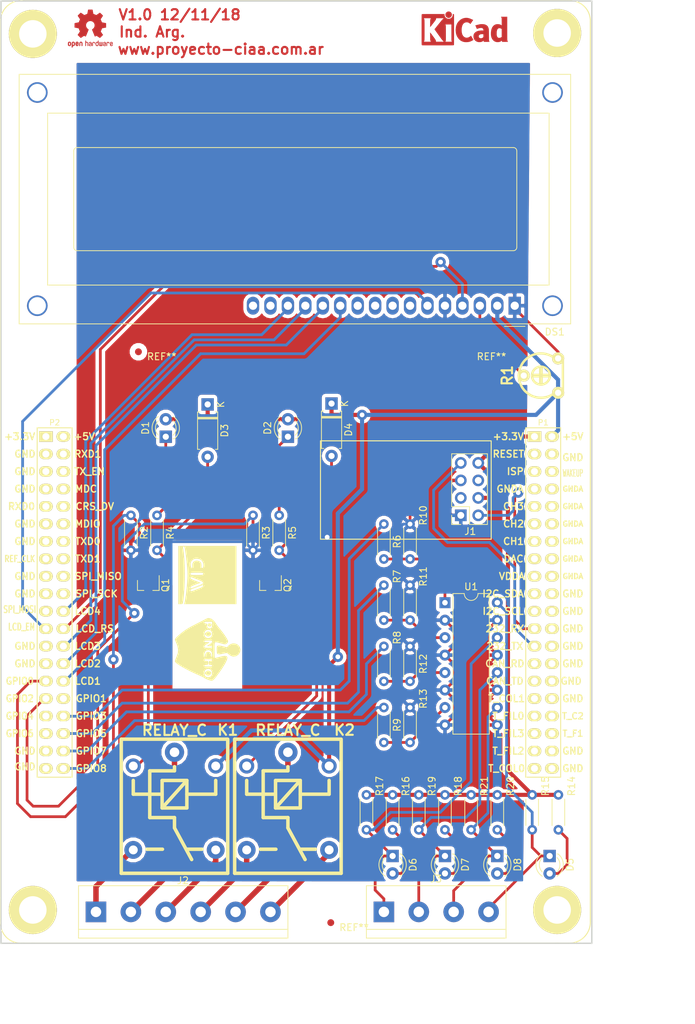
<source format=kicad_pcb>
(kicad_pcb (version 20171130) (host pcbnew 5.0.0-fee4fd1~66~ubuntu16.04.1)
  (title_block (title "Esquema Principal - Poncho Alarma") (date 2018-10-27) (rev 1.0) (company "Proyecto CIAA - COMPUTADORA INDUSTRIAL ABIERTA ARGENTINA") (comment 1 https://github.com/turcoale/CESE18_PCB_Amid_Ale.git) (comment 2 "Basado en diseños anteriores: Mariano Bustos - Jorge Osio - Diego Brengi") (comment 3 "Autor: Amid Ale") (comment 4 "CÓDIGO PONCHO: ALARMA"))
  (layers (0 F.Cu signal) (31 B.Cu signal) (34 B.Paste user) (35 F.Paste user) (36 B.SilkS user) (37 F.SilkS user) (38 B.Mask user) (39 F.Mask user) (44 Edge.Cuts user))
  (net 0 "")
  (net 1 GND)
  (net 2 +5V)
  (net 3 "Net-(DS1-Pad3)")
  (net 4 "Net-(DS1-Pad4)")
  (net 5 "Net-(DS1-Pad6)")
  (net 6 "Net-(DS1-Pad7)")
  (net 7 "Net-(DS1-Pad8)")
  (net 8 "Net-(DS1-Pad9)")
  (net 9 "Net-(DS1-Pad10)")
  (net 10 "Net-(DS1-Pad11)")
  (net 11 "Net-(DS1-Pad12)")
  (net 12 "Net-(DS1-Pad13)")
  (net 13 "Net-(DS1-Pad14)")
  (net 14 "Net-(DS1-Pad15)")
  (net 15 "Net-(DS1-Pad16)")
  (net 16 "Net-(D3-Pad2)")
  (net 17 "Net-(D4-Pad2)")
  (net 18 /Salidas/Out_1)
  (net 19 "Net-(D1-Pad1)")
  (net 20 "Net-(D2-Pad1)")
  (net 21 "Net-(D5-Pad1)")
  (net 22 "Net-(D5-Pad2)")
  (net 23 "Net-(D6-Pad2)")
  (net 24 "Net-(D6-Pad1)")
  (net 25 "Net-(D7-Pad1)")
  (net 26 "Net-(D7-Pad2)")
  (net 27 "Net-(D8-Pad1)")
  (net 28 "Net-(D8-Pad2)")
  (net 29 "Net-(J1-Pad2)")
  (net 30 "Net-(J1-Pad3)")
  (net 31 +3V3)
  (net 32 "Net-(J1-Pad6)")
  (net 33 "Net-(J1-Pad7)")
  (net 34 /Entradas/In_4)
  (net 35 "Net-(R10-Pad2)")
  (net 36 /Entradas/In_1)
  (net 37 "Net-(R11-Pad2)")
  (net 38 /Entradas/In_2)
  (net 39 "Net-(R12-Pad2)")
  (net 40 /Entradas/In_3)
  (net 41 "Net-(R13-Pad2)")
  (net 42 "Net-(XA1-Pad11)")
  (net 43 "Net-(XA1-Pad4)")
  (net 44 "Net-(XA1-Pad13)")
  (net 45 "Net-(XA1-Pad6)")
  (net 46 "Net-(XA1-Pad15)")
  (net 47 "Net-(XA1-Pad8)")
  (net 48 "Net-(XA1-Pad17)")
  (net 49 "Net-(XA1-Pad10)")
  (net 50 "Net-(XA1-Pad19)")
  (net 51 "Net-(XA1-Pad12)")
  (net 52 "Net-(XA1-Pad21)")
  (net 53 "Net-(XA1-Pad14)")
  (net 54 "Net-(XA1-Pad16)")
  (net 55 "Net-(XA1-Pad18)")
  (net 56 "Net-(XA1-Pad27)")
  (net 57 "Net-(XA1-Pad20)")
  (net 58 "Net-(XA1-Pad29)")
  (net 59 "Net-(XA1-Pad22)")
  (net 60 "Net-(XA1-Pad31)")
  (net 61 "Net-(XA1-Pad24)")
  (net 62 "Net-(XA1-Pad26)")
  (net 63 "Net-(XA1-Pad33)")
  (net 64 "Net-(XA1-Pad28)")
  (net 65 "Net-(XA1-Pad32)")
  (net 66 "Net-(XA1-Pad34)")
  (net 67 "Net-(XA1-Pad36)")
  (net 68 "Net-(XA1-Pad38)")
  (net 69 "Net-(XA1-Pad35)")
  (net 70 "Net-(XA1-Pad37)")
  (net 71 "Net-(XA1-Pad3)")
  (net 72 "Net-(XA1-Pad5)")
  (net 73 "Net-(XA1-Pad7)")
  (net 74 "Net-(XA1-Pad9)")
  (net 75 "Net-(XA1-Pad39)")
  (net 76 "Net-(XA1-Pad40)")
  (net 77 "Net-(XA1-Pad30)")
  (net 78 "Net-(XA1-Pad41)")
  (net 79 "Net-(XA1-Pad42)")
  (net 80 "Net-(XA1-Pad43)")
  (net 81 "Net-(XA1-Pad44)")
  (net 82 "Net-(XA1-Pad45)")
  (net 83 "Net-(XA1-Pad46)")
  (net 84 "Net-(XA1-Pad47)")
  (net 85 "Net-(XA1-Pad48)")
  (net 86 "Net-(XA1-Pad49)")
  (net 87 "Net-(XA1-Pad50)")
  (net 88 "Net-(XA1-Pad51)")
  (net 89 "Net-(XA1-Pad52)")
  (net 90 "Net-(XA1-Pad53)")
  (net 91 "Net-(XA1-Pad54)")
  (net 92 "Net-(XA1-Pad55)")
  (net 93 "Net-(XA1-Pad56)")
  (net 94 "Net-(XA1-Pad57)")
  (net 95 "Net-(XA1-Pad58)")
  (net 96 "Net-(XA1-Pad59)")
  (net 97 "Net-(XA1-Pad60)")
  (net 98 "Net-(XA1-Pad61)")
  (net 99 "Net-(XA1-Pad65)")
  (net 100 "Net-(XA1-Pad67)")
  (net 101 "Net-(XA1-Pad72)")
  (net 102 "Net-(XA1-Pad73)")
  (net 103 "Net-(XA1-Pad75)")
  (net 104 "Net-(XA1-Pad77)")
  (net 105 "Net-(XA1-Pad79)")
  (net 106 /Salidas/K1_NA)
  (net 107 /Salidas/K1_C)
  (net 108 /Salidas/K1_NC)
  (net 109 /Salidas/K2_NC)
  (net 110 /Salidas/K2_NA)
  (net 111 /Salidas/K2_C)
  (net 112 /Salidas/Out_2)
  (module Poncho-PLC:poncho_grande (layer F.Cu) (at 93.651761 79.321721)
    (fp_text reference XA1 hide)
    (fp_text value Conn_Poncho2P_2x_20x2 hide)
    (fp_text user GPIO8 (at -64.516 48.26) (layer F.SilkS) (effects (font (thickness 0.2))))
    (fp_text user GPIO7 (at -64.516 45.72) (layer F.SilkS) (effects (font (thickness 0.2))))
    (fp_text user GPIO5 (at -64.516 43.18) (layer F.SilkS) (effects (font (thickness 0.2))))
    (fp_text user GPIO3 (at -64.516 40.64) (layer F.SilkS) (effects (font (thickness 0.2))))
    (fp_text user GPIO1 (at -64.516 38.1) (layer F.SilkS) (effects (font (thickness 0.2))))
    (fp_text user LCD1 (at -65.024 35.56) (layer F.SilkS) (effects (font (thickness 0.2))))
    (fp_text user LCD2 (at -65.024 33.02) (layer F.SilkS) (effects (font (thickness 0.2))))
    (fp_text user LCD3 (at -65.024 30.48) (layer F.SilkS) (effects (font (thickness 0.2))))
    (fp_text user LCD_RS (at -64.008 27.94) (layer F.SilkS) (effects (font (thickness 0.2))))
    (fp_text user LCD4 (at -65.024 25.4) (layer F.SilkS) (effects (font (thickness 0.2))))
    (fp_text user SPI_SCK (at -63.754 22.86) (layer F.SilkS) (effects (font (thickness 0.2))))
    (fp_text user SPI_MISO (at -63.5 20.32) (layer F.SilkS) (effects (font (thickness 0.2))))
    (fp_text user TXD1 (at -65.024 17.78) (layer F.SilkS) (effects (font (thickness 0.2))))
    (fp_text user TXD0 (at -65.024 15.24) (layer F.SilkS) (effects (font (thickness 0.2))))
    (fp_text user MDIO (at -65.024 12.7) (layer F.SilkS) (effects (font (thickness 0.2))))
    (fp_text user CRS_DV (at -64.008 10.16) (layer F.SilkS) (effects (font (thickness 0.2))))
    (fp_text user MDC (at -65.278 7.62) (layer F.SilkS) (effects (font (thickness 0.2))))
    (fp_text user TX_EN (at -64.77 5.08) (layer F.SilkS) (effects (font (thickness 0.2))))
    (fp_text user RXD1 (at -65.024 2.54) (layer F.SilkS) (effects (font (thickness 0.2))))
    (fp_text user +5V (at -65.532 0) (layer F.SilkS) (effects (font (thickness 0.2))))
    (fp_text user GND (at -74.168 48.006) (layer F.SilkS) (effects (font (thickness 0.2))))
    (fp_text user GND (at -74.168 45.72) (layer F.SilkS) (effects (font (thickness 0.2))))
    (fp_text user GPIO6 (at -74.93 43.18) (layer F.SilkS) (effects (font (size 1 0.9) (thickness 0.2))))
    (fp_text user GPIO4 (at -74.93 40.64) (layer F.SilkS) (effects (font (size 1 0.9) (thickness 0.2))))
    (fp_text user GPIO2 (at -74.93 38.1) (layer F.SilkS) (effects (font (size 1 0.9) (thickness 0.2))))
    (fp_text user GPIO0 (at -74.93 35.56) (layer F.SilkS) (effects (font (size 1 0.9) (thickness 0.2))))
    (fp_text user GND (at -74.168 33.02) (layer F.SilkS) (effects (font (thickness 0.2))))
    (fp_text user GND (at -74.168 30.48) (layer F.SilkS) (effects (font (thickness 0.2))))
    (fp_text user LCD_EN (at -74.676 27.686) (layer F.SilkS) (effects (font (size 1 0.7) (thickness 0.17))))
    (fp_text user SPI_MOSI (at -74.93 25.146) (layer F.SilkS) (effects (font (size 1 0.7) (thickness 0.17))))
    (fp_text user GND (at -74.168 22.86) (layer F.SilkS) (effects (font (thickness 0.2))))
    (fp_text user GND (at -74.168 20.32) (layer F.SilkS) (effects (font (thickness 0.2))))
    (fp_text user REF_CLK (at -74.93 17.78) (layer F.SilkS) (effects (font (size 0.9 0.7) (thickness 0.175))))
    (fp_text user GND (at -74.168 15.24) (layer F.SilkS) (effects (font (thickness 0.2))))
    (fp_text user GND (at -74.168 12.7) (layer F.SilkS) (effects (font (thickness 0.2))))
    (fp_text user GND (at -74.168 7.62) (layer F.SilkS) (effects (font (thickness 0.2))))
    (fp_text user RXD0 (at -74.676 10.16) (layer F.SilkS) (effects (font (thickness 0.2))))
    (fp_text user GND (at -74.168 5.08) (layer F.SilkS) (effects (font (thickness 0.2))))
    (fp_text user GND (at -74.168 2.54) (layer F.SilkS) (effects (font (thickness 0.2))))
    (fp_text user +3.3V (at -74.93 0) (layer F.SilkS) (effects (font (thickness 0.2))))
    (fp_text user GND (at 5.588 48.26) (layer F.SilkS) (effects (font (thickness 0.2))))
    (fp_text user GND (at 5.588 45.72) (layer F.SilkS) (effects (font (thickness 0.2))))
    (fp_text user T_F1 (at 5.588 43.18) (layer F.SilkS) (effects (font (size 0.9 0.9) (thickness 0.18))))
    (fp_text user T_C2 (at 5.588 40.64) (layer F.SilkS) (effects (font (size 0.9 0.9) (thickness 0.18))))
    (fp_text user GND (at 5.588 38.1) (layer F.SilkS) (effects (font (thickness 0.2))))
    (fp_text user GND (at 5.334 35.56) (layer F.SilkS) (effects (font (thickness 0.2))))
    (fp_text user GND (at 5.588 33.02) (layer F.SilkS) (effects (font (thickness 0.2))))
    (fp_text user GND (at 5.588 30.48) (layer F.SilkS) (effects (font (thickness 0.2))))
    (fp_text user GND (at 5.588 27.94) (layer F.SilkS) (effects (font (thickness 0.2))))
    (fp_text user GND (at 5.588 25.4) (layer F.SilkS) (effects (font (thickness 0.2))))
    (fp_text user GND (at 5.588 22.86) (layer F.SilkS) (effects (font (thickness 0.2))))
    (fp_text user GNDA (at 5.588 20.32) (layer F.SilkS) (effects (font (size 0.76 0.76) (thickness 0.19))))
    (fp_text user GNDA (at 5.588 17.78) (layer F.SilkS) (effects (font (size 0.76 0.76) (thickness 0.19))))
    (fp_text user GNDA (at 5.588 15.24) (layer F.SilkS) (effects (font (size 0.76 0.76) (thickness 0.19))))
    (fp_text user GNDA (at 5.588 12.7) (layer F.SilkS) (effects (font (size 0.76 0.76) (thickness 0.19))))
    (fp_text user GNDA (at 5.588 10.16) (layer F.SilkS) (effects (font (size 0.76 0.76) (thickness 0.19))))
    (fp_text user GNDA (at 5.588 7.62) (layer F.SilkS) (effects (font (size 0.76 0.76) (thickness 0.19))))
    (fp_text user WAKEUP (at 5.588 5.334) (layer F.SilkS) (effects (font (size 1 0.5) (thickness 0.125))))
    (fp_text user GND (at 5.588 3.048) (layer F.SilkS) (effects (font (thickness 0.2))))
    (fp_text user +5V (at 5.588 0) (layer F.SilkS) (effects (font (thickness 0.2))))
    (fp_text user T_COL0 (at -4.064 48.26) (layer F.SilkS) (effects (font (thickness 0.2))))
    (fp_text user T_FIL2 (at -3.81 45.72) (layer F.SilkS) (effects (font (thickness 0.2))))
    (fp_text user T_FIL3 (at -3.81 43.18) (layer F.SilkS) (effects (font (thickness 0.2))))
    (fp_text user T_FIL0 (at -3.81 40.64) (layer F.SilkS) (effects (font (thickness 0.2))))
    (fp_text user T_COL1 (at -4.064 38.1) (layer F.SilkS) (effects (font (thickness 0.2))))
    (fp_text user CAN_TD (at -4.318 35.56) (layer F.SilkS) (effects (font (thickness 0.2))))
    (fp_text user CAN_RD (at -4.318 33.02) (layer F.SilkS) (effects (font (thickness 0.2))))
    (fp_text user 232_TX (at -4.318 30.48) (layer F.SilkS) (effects (font (thickness 0.2))))
    (fp_text user 232_RX (at -4.318 27.94) (layer F.SilkS) (effects (font (thickness 0.2))))
    (fp_text user I2C_SCL (at -4.572 25.4) (layer F.SilkS) (effects (font (thickness 0.2))))
    (fp_text user I2C_SDA (at -4.572 22.86) (layer F.SilkS) (effects (font (thickness 0.2))))
    (fp_text user VDDA (at -3.302 20.32) (layer F.SilkS) (effects (font (thickness 0.2))))
    (fp_text user DAC (at -3.048 17.78) (layer F.SilkS) (effects (font (thickness 0.2))))
    (fp_text user CH1 (at -3.048 15.24) (layer F.SilkS) (effects (font (thickness 0.2))))
    (fp_text user CH2 (at -3.048 12.7) (layer F.SilkS) (effects (font (thickness 0.2))))
    (fp_text user CH3 (at -3.048 10.16) (layer F.SilkS) (effects (font (thickness 0.2))))
    (fp_text user GNDA (at -3.556 7.62) (layer F.SilkS) (effects (font (thickness 0.2))))
    (fp_text user ISP (at -2.794 5.08) (layer F.SilkS) (effects (font (thickness 0.2))))
    (fp_text user RESET (at -3.81 2.54) (layer F.SilkS) (effects (font (thickness 0.2))))
    (fp_text user P2 (at -69.85 -2.032) (layer F.SilkS) (effects (font (size 0.8 0.8) (thickness 0.12))))
    (fp_text user P1 (at 1.27 -2.032) (layer F.SilkS) (effects (font (size 0.8 0.8) (thickness 0.12))))
    (fp_text user +3.3V (at -3.81 0) (layer F.SilkS) (effects (font (thickness 0.2))))
    (pad 1 thru_hole rect (at 0 0 270) (size 1.524 2) (drill 1.016) (layers *.Cu *.Mask F.SilkS) (net 31 +3V3))
    (pad 2 thru_hole oval (at 2.54 0 270) (size 1.524 2) (drill 1.016) (layers *.Cu *.Mask F.SilkS) (net 2 +5V))
    (pad 11 thru_hole oval (at 0 12.7 270) (size 1.524 2) (drill 1.016) (layers *.Cu *.Mask F.SilkS) (net 42 "Net-(XA1-Pad11)"))
    (pad 4 thru_hole oval (at 2.54 2.54 270) (size 1.524 2) (drill 1.016) (layers *.Cu *.Mask F.SilkS) (net 43 "Net-(XA1-Pad4)"))
    (pad 13 thru_hole oval (at 0 15.24 270) (size 1.524 2) (drill 1.016) (layers *.Cu *.Mask F.SilkS) (net 44 "Net-(XA1-Pad13)"))
    (pad 6 thru_hole oval (at 2.54 5.08 270) (size 1.524 2) (drill 1.016) (layers *.Cu *.Mask F.SilkS) (net 45 "Net-(XA1-Pad6)"))
    (pad 15 thru_hole oval (at 0 17.78 270) (size 1.524 2) (drill 1.016) (layers *.Cu *.Mask F.SilkS) (net 46 "Net-(XA1-Pad15)"))
    (pad 8 thru_hole oval (at 2.54 7.62 270) (size 1.524 2) (drill 1.016) (layers *.Cu *.Mask F.SilkS) (net 47 "Net-(XA1-Pad8)"))
    (pad 17 thru_hole oval (at 0 20.32 270) (size 1.524 2) (drill 1.016) (layers *.Cu *.Mask F.SilkS) (net 48 "Net-(XA1-Pad17)"))
    (pad 10 thru_hole oval (at 2.54 10.16 270) (size 1.524 2) (drill 1.016) (layers *.Cu *.Mask F.SilkS) (net 49 "Net-(XA1-Pad10)"))
    (pad 19 thru_hole oval (at 0 22.86 270) (size 1.524 2) (drill 1.016) (layers *.Cu *.Mask F.SilkS) (net 50 "Net-(XA1-Pad19)"))
    (pad 12 thru_hole oval (at 2.54 12.7 270) (size 1.524 2) (drill 1.016) (layers *.Cu *.Mask F.SilkS) (net 51 "Net-(XA1-Pad12)"))
    (pad 21 thru_hole oval (at 0 25.4 270) (size 1.524 2) (drill 1.016) (layers *.Cu *.Mask F.SilkS) (net 52 "Net-(XA1-Pad21)"))
    (pad 14 thru_hole oval (at 2.54 15.24 270) (size 1.524 2) (drill 1.016) (layers *.Cu *.Mask F.SilkS) (net 53 "Net-(XA1-Pad14)"))
    (pad 23 thru_hole oval (at 0 27.94 270) (size 1.524 2) (drill 1.016) (layers *.Cu *.Mask F.SilkS) (net 29 "Net-(J1-Pad2)"))
    (pad 16 thru_hole oval (at 2.54 17.78 270) (size 1.524 2) (drill 1.016) (layers *.Cu *.Mask F.SilkS) (net 54 "Net-(XA1-Pad16)"))
    (pad 25 thru_hole oval (at 0 30.48 270) (size 1.524 2) (drill 1.016) (layers *.Cu *.Mask F.SilkS) (net 33 "Net-(J1-Pad7)"))
    (pad 18 thru_hole oval (at 2.54 20.32 270) (size 1.524 2) (drill 1.016) (layers *.Cu *.Mask F.SilkS) (net 55 "Net-(XA1-Pad18)"))
    (pad 27 thru_hole oval (at 0 33.02 270) (size 1.524 2) (drill 1.016) (layers *.Cu *.Mask F.SilkS) (net 56 "Net-(XA1-Pad27)"))
    (pad 20 thru_hole oval (at 2.54 22.86 270) (size 1.524 2) (drill 1.016) (layers *.Cu *.Mask F.SilkS) (net 57 "Net-(XA1-Pad20)"))
    (pad 29 thru_hole oval (at 0 35.56 270) (size 1.524 2) (drill 1.016) (layers *.Cu *.Mask F.SilkS) (net 58 "Net-(XA1-Pad29)"))
    (pad 22 thru_hole oval (at 2.54 25.4 270) (size 1.524 2) (drill 1.016) (layers *.Cu *.Mask F.SilkS) (net 59 "Net-(XA1-Pad22)"))
    (pad 31 thru_hole oval (at 0 38.1 270) (size 1.524 2) (drill 1.016) (layers *.Cu *.Mask F.SilkS) (net 60 "Net-(XA1-Pad31)"))
    (pad 24 thru_hole oval (at 2.54 27.94 270) (size 1.524 2) (drill 1.016) (layers *.Cu *.Mask F.SilkS) (net 61 "Net-(XA1-Pad24)"))
    (pad 26 thru_hole oval (at 2.54 30.48 270) (size 1.524 2) (drill 1.016) (layers *.Cu *.Mask F.SilkS) (net 62 "Net-(XA1-Pad26)"))
    (pad 33 thru_hole oval (at 0 40.64 270) (size 1.524 2) (drill 1.016) (layers *.Cu *.Mask F.SilkS) (net 63 "Net-(XA1-Pad33)"))
    (pad 28 thru_hole oval (at 2.54 33.02 270) (size 1.524 2) (drill 1.016) (layers *.Cu *.Mask F.SilkS) (net 64 "Net-(XA1-Pad28)"))
    (pad 32 thru_hole oval (at 2.54 38.1 270) (size 1.524 2) (drill 1.016) (layers *.Cu *.Mask F.SilkS) (net 65 "Net-(XA1-Pad32)"))
    (pad 34 thru_hole oval (at 2.54 40.64 270) (size 1.524 2) (drill 1.016) (layers *.Cu *.Mask F.SilkS) (net 66 "Net-(XA1-Pad34)"))
    (pad 36 thru_hole oval (at 2.54 43.18 270) (size 1.524 2) (drill 1.016) (layers *.Cu *.Mask F.SilkS) (net 67 "Net-(XA1-Pad36)"))
    (pad 38 thru_hole oval (at 2.54 45.72 270) (size 1.524 2) (drill 1.016) (layers *.Cu *.Mask F.SilkS) (net 68 "Net-(XA1-Pad38)"))
    (pad 35 thru_hole oval (at 0 43.18 270) (size 1.524 2) (drill 1.016) (layers *.Cu *.Mask F.SilkS) (net 69 "Net-(XA1-Pad35)"))
    (pad 37 thru_hole oval (at 0 45.72 270) (size 1.524 2) (drill 1.016) (layers *.Cu *.Mask F.SilkS) (net 70 "Net-(XA1-Pad37)"))
    (pad 3 thru_hole oval (at 0 2.54 270) (size 1.524 2) (drill 1.016) (layers *.Cu *.Mask F.SilkS) (net 71 "Net-(XA1-Pad3)"))
    (pad 5 thru_hole oval (at 0 5.08 270) (size 1.524 2) (drill 1.016) (layers *.Cu *.Mask F.SilkS) (net 72 "Net-(XA1-Pad5)"))
    (pad 7 thru_hole oval (at 0 7.62 270) (size 1.524 2) (drill 1.016) (layers *.Cu *.Mask F.SilkS) (net 73 "Net-(XA1-Pad7)"))
    (pad 9 thru_hole oval (at 0 10.16 270) (size 1.524 2) (drill 1.016) (layers *.Cu *.Mask F.SilkS) (net 74 "Net-(XA1-Pad9)"))
    (pad 39 thru_hole oval (at 0 48.26 270) (size 1.524 2) (drill 1.016) (layers *.Cu *.Mask F.SilkS) (net 75 "Net-(XA1-Pad39)"))
    (pad 40 thru_hole oval (at 2.54 48.26 270) (size 1.524 2) (drill 1.016) (layers *.Cu *.Mask F.SilkS) (net 76 "Net-(XA1-Pad40)"))
    (pad 30 thru_hole oval (at 2.54 35.56 270) (size 1.524 2) (drill 1.016) (layers *.Cu *.Mask F.SilkS) (net 77 "Net-(XA1-Pad30)"))
    (pad 41 thru_hole rect (at -71.12 0 270) (size 1.524 2) (drill 1.016) (layers *.Cu *.Mask F.SilkS) (net 78 "Net-(XA1-Pad41)"))
    (pad 42 thru_hole oval (at -68.58 0 270) (size 1.524 2) (drill 1.016) (layers *.Cu *.Mask F.SilkS) (net 79 "Net-(XA1-Pad42)"))
    (pad 43 thru_hole oval (at -71.12 2.54 270) (size 1.524 2) (drill 1.016) (layers *.Cu *.Mask F.SilkS) (net 80 "Net-(XA1-Pad43)"))
    (pad 44 thru_hole oval (at -68.58 2.54 270) (size 1.524 2) (drill 1.016) (layers *.Cu *.Mask F.SilkS) (net 81 "Net-(XA1-Pad44)"))
    (pad 45 thru_hole oval (at -71.12 5.08 270) (size 1.524 2) (drill 1.016) (layers *.Cu *.Mask F.SilkS) (net 82 "Net-(XA1-Pad45)"))
    (pad 46 thru_hole oval (at -68.58 5.08 270) (size 1.524 2) (drill 1.016) (layers *.Cu *.Mask F.SilkS) (net 83 "Net-(XA1-Pad46)"))
    (pad 47 thru_hole oval (at -71.12 7.62 270) (size 1.524 2) (drill 1.016) (layers *.Cu *.Mask F.SilkS) (net 84 "Net-(XA1-Pad47)"))
    (pad 48 thru_hole oval (at -68.58 7.62 270) (size 1.524 2) (drill 1.016) (layers *.Cu *.Mask F.SilkS) (net 85 "Net-(XA1-Pad48)"))
    (pad 49 thru_hole oval (at -71.12 10.16 270) (size 1.524 2) (drill 1.016) (layers *.Cu *.Mask F.SilkS) (net 86 "Net-(XA1-Pad49)"))
    (pad 50 thru_hole oval (at -68.58 10.16 270) (size 1.524 2) (drill 1.016) (layers *.Cu *.Mask F.SilkS) (net 87 "Net-(XA1-Pad50)"))
    (pad 51 thru_hole oval (at -71.12 12.7 270) (size 1.524 2) (drill 1.016) (layers *.Cu *.Mask F.SilkS) (net 88 "Net-(XA1-Pad51)"))
    (pad 52 thru_hole oval (at -68.58 12.7 270) (size 1.524 2) (drill 1.016) (layers *.Cu *.Mask F.SilkS) (net 89 "Net-(XA1-Pad52)"))
    (pad 53 thru_hole oval (at -71.12 15.24 270) (size 1.524 2) (drill 1.016) (layers *.Cu *.Mask F.SilkS) (net 90 "Net-(XA1-Pad53)"))
    (pad 54 thru_hole oval (at -68.58 15.24 270) (size 1.524 2) (drill 1.016) (layers *.Cu *.Mask F.SilkS) (net 91 "Net-(XA1-Pad54)"))
    (pad 55 thru_hole oval (at -71.12 17.78 270) (size 1.524 2) (drill 1.016) (layers *.Cu *.Mask F.SilkS) (net 92 "Net-(XA1-Pad55)"))
    (pad 56 thru_hole oval (at -68.58 17.78 270) (size 1.524 2) (drill 1.016) (layers *.Cu *.Mask F.SilkS) (net 93 "Net-(XA1-Pad56)"))
    (pad 57 thru_hole oval (at -71.12 20.32 270) (size 1.524 2) (drill 1.016) (layers *.Cu *.Mask F.SilkS) (net 94 "Net-(XA1-Pad57)"))
    (pad 58 thru_hole oval (at -68.58 20.32 270) (size 1.524 2) (drill 1.016) (layers *.Cu *.Mask F.SilkS) (net 95 "Net-(XA1-Pad58)"))
    (pad 59 thru_hole oval (at -71.12 22.86 270) (size 1.524 2) (drill 1.016) (layers *.Cu *.Mask F.SilkS) (net 96 "Net-(XA1-Pad59)"))
    (pad 60 thru_hole oval (at -68.58 22.86 270) (size 1.524 2) (drill 1.016) (layers *.Cu *.Mask F.SilkS) (net 97 "Net-(XA1-Pad60)"))
    (pad 61 thru_hole oval (at -71.12 25.4 270) (size 1.524 2) (drill 1.016) (layers *.Cu *.Mask F.SilkS) (net 98 "Net-(XA1-Pad61)"))
    (pad 62 thru_hole oval (at -68.58 25.4 270) (size 1.524 2) (drill 1.016) (layers *.Cu *.Mask F.SilkS) (net 13 "Net-(DS1-Pad14)"))
    (pad 63 thru_hole oval (at -71.12 27.94 270) (size 1.524 2) (drill 1.016) (layers *.Cu *.Mask F.SilkS) (net 5 "Net-(DS1-Pad6)"))
    (pad 64 thru_hole oval (at -68.58 27.94 270) (size 1.524 2) (drill 1.016) (layers *.Cu *.Mask F.SilkS) (net 4 "Net-(DS1-Pad4)"))
    (pad 65 thru_hole oval (at -71.12 30.48 270) (size 1.524 2) (drill 1.016) (layers *.Cu *.Mask F.SilkS) (net 99 "Net-(XA1-Pad65)"))
    (pad 66 thru_hole oval (at -68.58 30.48 270) (size 1.524 2) (drill 1.016) (layers *.Cu *.Mask F.SilkS) (net 12 "Net-(DS1-Pad13)"))
    (pad 67 thru_hole oval (at -71.12 33.02 270) (size 1.524 2) (drill 1.016) (layers *.Cu *.Mask F.SilkS) (net 100 "Net-(XA1-Pad67)"))
    (pad 68 thru_hole oval (at -68.58 33.02 270) (size 1.524 2) (drill 1.016) (layers *.Cu *.Mask F.SilkS) (net 11 "Net-(DS1-Pad12)"))
    (pad 69 thru_hole oval (at -71.12 35.56 270) (size 1.524 2) (drill 1.016) (layers *.Cu *.Mask F.SilkS) (net 18 /Salidas/Out_1))
    (pad 70 thru_hole oval (at -68.58 35.56 270) (size 1.524 2) (drill 1.016) (layers *.Cu *.Mask F.SilkS) (net 10 "Net-(DS1-Pad11)"))
    (pad 71 thru_hole oval (at -71.12 38.1 270) (size 1.524 2) (drill 1.016) (layers *.Cu *.Mask F.SilkS) (net 112 /Salidas/Out_2))
    (pad 72 thru_hole oval (at -68.58 38.1 270) (size 1.524 2) (drill 1.016) (layers *.Cu *.Mask F.SilkS) (net 101 "Net-(XA1-Pad72)"))
    (pad 73 thru_hole oval (at -71.12 40.64 270) (size 1.524 2) (drill 1.016) (layers *.Cu *.Mask F.SilkS) (net 102 "Net-(XA1-Pad73)"))
    (pad 74 thru_hole oval (at -68.58 40.64 270) (size 1.524 2) (drill 1.016) (layers *.Cu *.Mask F.SilkS) (net 34 /Entradas/In_4))
    (pad 75 thru_hole oval (at -71.12 43.18 270) (size 1.524 2) (drill 1.016) (layers *.Cu *.Mask F.SilkS) (net 103 "Net-(XA1-Pad75)"))
    (pad 76 thru_hole oval (at -68.58 43.18 270) (size 1.524 2) (drill 1.016) (layers *.Cu *.Mask F.SilkS) (net 36 /Entradas/In_1))
    (pad 77 thru_hole oval (at -71.12 45.72 270) (size 1.524 2) (drill 1.016) (layers *.Cu *.Mask F.SilkS) (net 104 "Net-(XA1-Pad77)"))
    (pad 78 thru_hole oval (at -68.58 45.72 270) (size 1.524 2) (drill 1.016) (layers *.Cu *.Mask F.SilkS) (net 38 /Entradas/In_2))
    (pad 79 thru_hole oval (at -71.12 48.26 270) (size 1.524 2) (drill 1.016) (layers *.Cu *.Mask F.SilkS) (net 105 "Net-(XA1-Pad79)"))
    (pad 80 thru_hole oval (at -68.58 48.26 270) (size 1.524 2) (drill 1.016) (layers *.Cu *.Mask F.SilkS) (net 40 /Entradas/In_3))
    (pad ~ thru_hole circle (at -73.025 68.834) (size 7 7) (drill 4) (layers *.Cu *.Mask F.SilkS))
    (pad ~ thru_hole circle (at 3.302 68.834) (size 7 7) (drill 4) (layers *.Cu *.Mask F.SilkS))
    (pad ~ thru_hole circle (at -73.025 -58.547) (size 7 7) (drill 4) (layers *.Cu *.Mask F.SilkS))
    (pad ~ thru_hole circle (at 3.302 -58.674) (size 7 7) (drill 4) (layers *.Cu *.Mask F.SilkS))
  )
  (module local:ESP-01 (layer F.Cu) (at 87.351 87.097 90)
    (fp_text reference J1 (at -6.013043 -3.04633 180) (layer F.SilkS))
    (fp_text value ESP8266)
    (pad 1 thru_hole rect (at -3.683043 -4.42367 180) (size 1.7 1.7) (drill 1) (layers *.Cu *.Mask) (net 1 GND))
    (pad 2 thru_hole oval (at -3.683043 -1.88367 180) (size 1.7 1.7) (drill 1) (layers *.Cu *.Mask) (net 29 "Net-(J1-Pad2)"))
    (pad 3 thru_hole oval (at -1.143043 -4.42367 180) (size 1.7 1.7) (drill 1) (layers *.Cu *.Mask) (net 30 "Net-(J1-Pad3)"))
    (pad 4 thru_hole oval (at -1.143043 -1.88367 180) (size 1.7 1.7) (drill 1) (layers *.Cu *.Mask) (net 31 +3V3))
    (pad 5 thru_hole oval (at 1.396957 -4.42367 180) (size 1.7 1.7) (drill 1) (layers *.Cu *.Mask) (net 1 GND))
    (pad 6 thru_hole oval (at 1.396957 -1.88367 180) (size 1.7 1.7) (drill 1) (layers *.Cu *.Mask) (net 32 "Net-(J1-Pad6)"))
    (pad 7 thru_hole oval (at 3.936957 -4.42367 180) (size 1.7 1.7) (drill 1) (layers *.Cu *.Mask) (net 33 "Net-(J1-Pad7)"))
    (pad 8 thru_hole oval (at 3.936957 -1.88367 180) (size 1.7 1.7) (drill 1) (layers *.Cu *.Mask) (net 31 +3V3))
  )
  (module Diode_THT:D_A-405_P7.62mm_Horizontal (layer F.Cu) (at 64.11 74.524 270)
    (fp_text reference D4 (at 3.81 -2.47 270) (layer F.SilkS))
    (fp_text value LL4148 hide)
    (fp_text user K (at 0 -1.9 270) (layer F.SilkS))
    (pad 2 thru_hole oval (at 7.62 0 270) (size 1.8 1.8) (drill 0.9) (layers *.Cu *.Mask) (net 17 "Net-(D4-Pad2)"))
    (pad 1 thru_hole rect (at 0 0 270) (size 1.8 1.8) (drill 0.9) (layers *.Cu *.Mask) (net 2 +5V))
  )
  (module Diode_THT:D_A-405_P7.62mm_Horizontal (layer F.Cu) (at 46.076 74.651 270)
    (fp_text reference D3 (at 3.81 -2.47 270) (layer F.SilkS))
    (fp_text value LL4148 hide)
    (fp_text user K (at 0 -1.9 270) (layer F.SilkS))
    (pad 2 thru_hole oval (at 7.62 0 270) (size 1.8 1.8) (drill 0.9) (layers *.Cu *.Mask) (net 16 "Net-(D3-Pad2)"))
    (pad 1 thru_hole rect (at 0 0 270) (size 1.8 1.8) (drill 0.9) (layers *.Cu *.Mask) (net 2 +5V))
  )
  (module Poncho-PLC:TRIMER_V (layer F.Cu) (at 94.59 70.46 270)
    (fp_text reference R1 (at 0 4.89966 270) (layer F.SilkS) (effects (font (size 1.524 1.524) (thickness 0.3048))))
    (fp_text value 10K hide)
    (pad 3 thru_hole circle (at -2.49936 -2.49936 270) (size 1.75006 1.75006) (drill 0.89916) (layers *.Cu *.Mask F.SilkS) (net 1 GND))
    (pad 2 thru_hole circle (at 0 2.49936 270) (size 1.75006 1.75006) (drill 0.89916) (layers *.Cu *.Mask F.SilkS) (net 3 "Net-(DS1-Pad3)"))
    (pad 1 thru_hole circle (at 2.49936 -2.49936 270) (size 1.75006 1.75006) (drill 0.89916) (layers *.Cu *.Mask F.SilkS) (net 2 +5V))
  )
  (module WC1602A (layer F.Cu) (at 90.78 60.3 180)
    (fp_text reference DS1 (at -5.82 -3.81 180) (layer F.SilkS))
    (fp_text value LCD16X2)
    (pad 1 thru_hole rect (at 0 0 180) (size 1.8 2.6) (drill 1.2) (layers *.Cu *.Mask) (net 1 GND))
    (pad 2 thru_hole oval (at 2.54 0 180) (size 1.8 2.6) (drill 1.2) (layers *.Cu *.Mask) (net 2 +5V))
    (pad 3 thru_hole oval (at 5.08 0 180) (size 1.8 2.6) (drill 1.2) (layers *.Cu *.Mask) (net 3 "Net-(DS1-Pad3)"))
    (pad 4 thru_hole oval (at 7.62 0 180) (size 1.8 2.6) (drill 1.2) (layers *.Cu *.Mask) (net 4 "Net-(DS1-Pad4)"))
    (pad 5 thru_hole oval (at 10.16 0 180) (size 1.8 2.6) (drill 1.2) (layers *.Cu *.Mask) (net 1 GND))
    (pad 6 thru_hole oval (at 12.7 0 180) (size 1.8 2.6) (drill 1.2) (layers *.Cu *.Mask) (net 5 "Net-(DS1-Pad6)"))
    (pad 7 thru_hole oval (at 15.24 0 180) (size 1.8 2.6) (drill 1.2) (layers *.Cu *.Mask) (net 6 "Net-(DS1-Pad7)"))
    (pad 8 thru_hole oval (at 17.78 0 180) (size 1.8 2.6) (drill 1.2) (layers *.Cu *.Mask) (net 7 "Net-(DS1-Pad8)"))
    (pad 9 thru_hole oval (at 20.32 0 180) (size 1.8 2.6) (drill 1.2) (layers *.Cu *.Mask) (net 8 "Net-(DS1-Pad9)"))
    (pad 10 thru_hole oval (at 22.86 0 180) (size 1.8 2.6) (drill 1.2) (layers *.Cu *.Mask) (net 9 "Net-(DS1-Pad10)"))
    (pad 11 thru_hole oval (at 25.4 0 180) (size 1.8 2.6) (drill 1.2) (layers *.Cu *.Mask) (net 10 "Net-(DS1-Pad11)"))
    (pad 12 thru_hole oval (at 27.94 0 180) (size 1.8 2.6) (drill 1.2) (layers *.Cu *.Mask) (net 11 "Net-(DS1-Pad12)"))
    (pad 13 thru_hole oval (at 30.48 0 180) (size 1.8 2.6) (drill 1.2) (layers *.Cu *.Mask) (net 12 "Net-(DS1-Pad13)"))
    (pad 14 thru_hole oval (at 33.02 0 180) (size 1.8 2.6) (drill 1.2) (layers *.Cu *.Mask) (net 13 "Net-(DS1-Pad14)"))
    (pad 15 thru_hole oval (at 35.56 0 180) (size 1.8 2.6) (drill 1.2) (layers *.Cu *.Mask) (net 14 "Net-(DS1-Pad15)"))
    (pad 16 thru_hole oval (at 38.1 0 180) (size 1.8 2.6) (drill 1.2) (layers *.Cu *.Mask) (net 15 "Net-(DS1-Pad16)"))
    (pad "" thru_hole circle (at -5.4991 0 180) (size 3 3) (drill 2.5) (layers *.Cu *.Mask))
    (pad "" thru_hole circle (at -5.4991 31.0007 180) (size 3 3) (drill 2.5) (layers *.Cu *.Mask))
    (pad "" thru_hole circle (at 69.49948 31.0007 180) (size 3 3) (drill 2.5) (layers *.Cu *.Mask))
    (pad "" thru_hole circle (at 69.5 0 180) (size 3 3) (drill 2.5) (layers *.Cu *.Mask))
  )
  (module Package_TO_SOT_SMD:SOT-23 (layer F.Cu) (at 37.44 100.94 270)
    (fp_text reference Q1 (at 0 -2.5 270) (layer F.SilkS))
    (fp_text value 2N7002)
    (pad 3 smd rect (at 1 0 270) (size 0.9 0.8) (layers F.Cu F.Paste F.Mask) (net 16 "Net-(D3-Pad2)"))
    (pad 2 smd rect (at -1 0.95 270) (size 0.9 0.8) (layers F.Cu F.Paste F.Mask) (net 1 GND))
    (pad 1 smd rect (at -1 -0.95 270) (size 0.9 0.8) (layers F.Cu F.Paste F.Mask) (net 18 /Salidas/Out_1))
  )
  (module Package_TO_SOT_SMD:SOT-23 (layer F.Cu) (at 55.22 100.94 270)
    (fp_text reference Q2 (at 0 -2.5 270) (layer F.SilkS))
    (fp_text value 2N7002)
    (pad 1 smd rect (at -1 -0.95 270) (size 0.9 0.8) (layers F.Cu F.Paste F.Mask) (net 112 /Salidas/Out_2))
    (pad 2 smd rect (at -1 0.95 270) (size 0.9 0.8) (layers F.Cu F.Paste F.Mask) (net 1 GND))
    (pad 3 smd rect (at 1 0 270) (size 0.9 0.8) (layers F.Cu F.Paste F.Mask) (net 17 "Net-(D4-Pad2)"))
  )
  (module LED_THT:LED_D3.0mm (layer F.Cu) (at 39.98 79.35 90)
    (fp_text reference D1 (at 1.27 -2.96 90) (layer F.SilkS))
    (fp_text value LED_Rojo)
    (pad 2 thru_hole circle (at 2.54 0 90) (size 1.8 1.8) (drill 0.9) (layers *.Cu *.Mask) (net 2 +5V))
    (pad 1 thru_hole rect (at 0 0 90) (size 1.8 1.8) (drill 0.9) (layers *.Cu *.Mask) (net 19 "Net-(D1-Pad1)"))
  )
  (module LED_THT:LED_D3.0mm (layer F.Cu) (at 57.76 79.35 90)
    (fp_text reference D2 (at 1.27 -2.96 90) (layer F.SilkS))
    (fp_text value LED_Rojo)
    (pad 2 thru_hole circle (at 2.54 0 90) (size 1.8 1.8) (drill 0.9) (layers *.Cu *.Mask) (net 2 +5V))
    (pad 1 thru_hole rect (at 0 0 90) (size 1.8 1.8) (drill 0.9) (layers *.Cu *.Mask) (net 20 "Net-(D2-Pad1)"))
  )
  (module LED_THT:LED_D3.0mm (layer F.Cu) (at 95.86 140.31 270)
    (fp_text reference D5 (at 1.27 -2.96 270) (layer F.SilkS))
    (fp_text value LED_Rojo)
    (pad 1 thru_hole rect (at 0 0 270) (size 1.8 1.8) (drill 0.9) (layers *.Cu *.Mask) (net 21 "Net-(D5-Pad1)"))
    (pad 2 thru_hole circle (at 2.54 0 270) (size 1.8 1.8) (drill 0.9) (layers *.Cu *.Mask) (net 22 "Net-(D5-Pad2)"))
  )
  (module LED_THT:LED_D3.0mm (layer F.Cu) (at 73 140.31 270)
    (fp_text reference D6 (at 1.27 -2.96 270) (layer F.SilkS))
    (fp_text value LED_Rojo)
    (pad 2 thru_hole circle (at 2.54 0 270) (size 1.8 1.8) (drill 0.9) (layers *.Cu *.Mask) (net 23 "Net-(D6-Pad2)"))
    (pad 1 thru_hole rect (at 0 0 270) (size 1.8 1.8) (drill 0.9) (layers *.Cu *.Mask) (net 24 "Net-(D6-Pad1)"))
  )
  (module LED_THT:LED_D3.0mm (layer F.Cu) (at 80.62 140.31 270)
    (fp_text reference D7 (at 1.27 -2.96 270) (layer F.SilkS))
    (fp_text value LED_Rojo)
    (pad 1 thru_hole rect (at 0 0 270) (size 1.8 1.8) (drill 0.9) (layers *.Cu *.Mask) (net 25 "Net-(D7-Pad1)"))
    (pad 2 thru_hole circle (at 2.54 0 270) (size 1.8 1.8) (drill 0.9) (layers *.Cu *.Mask) (net 26 "Net-(D7-Pad2)"))
  )
  (module LED_THT:LED_D3.0mm (layer F.Cu) (at 88.24 140.31 270)
    (fp_text reference D8 (at 1.27 -2.96 270) (layer F.SilkS))
    (fp_text value LED_Rojo)
    (pad 1 thru_hole rect (at 0 0 270) (size 1.8 1.8) (drill 0.9) (layers *.Cu *.Mask) (net 27 "Net-(D8-Pad1)"))
    (pad 2 thru_hole circle (at 2.54 0 270) (size 1.8 1.8) (drill 0.9) (layers *.Cu *.Mask) (net 28 "Net-(D8-Pad2)"))
  )
  (module TerminalBlock:TerminalBlock_bornier-6_P5.08mm (layer F.Cu) (at 29.82 148.438)
    (fp_text reference J2 (at 12.65 -4.55) (layer F.SilkS))
    (fp_text value Salidas)
    (pad 2 thru_hole circle (at 5.08 0) (size 3 3) (drill 1.52) (layers *.Cu *.Mask) (net 107 /Salidas/K1_C))
    (pad 3 thru_hole circle (at 10.16 0) (size 3 3) (drill 1.52) (layers *.Cu *.Mask) (net 108 /Salidas/K1_NC))
    (pad 1 thru_hole rect (at 0 0) (size 3 3) (drill 1.52) (layers *.Cu *.Mask) (net 106 /Salidas/K1_NA))
    (pad 4 thru_hole circle (at 15.24 0) (size 3 3) (drill 1.52) (layers *.Cu *.Mask) (net 110 /Salidas/K2_NA))
    (pad 5 thru_hole circle (at 20.32 0) (size 3 3) (drill 1.52) (layers *.Cu *.Mask) (net 111 /Salidas/K2_C))
    (pad 6 thru_hole circle (at 25.4 0) (size 3 3) (drill 1.52) (layers *.Cu *.Mask) (net 109 /Salidas/K2_NC))
  )
  (module TerminalBlock:TerminalBlock_bornier-4_P5.08mm (layer F.Cu) (at 71.73 148.438)
    (fp_text reference J3 (at 7.6 -4.8) (layer F.SilkS))
    (fp_text value Entradas)
    (pad 2 thru_hole circle (at 5.08 0) (size 3 3) (drill 1.52) (layers *.Cu *.Mask) (net 25 "Net-(D7-Pad1)"))
    (pad 3 thru_hole circle (at 10.16 0) (size 3 3) (drill 1.52) (layers *.Cu *.Mask) (net 27 "Net-(D8-Pad1)"))
    (pad 1 thru_hole rect (at 0 0) (size 3 3) (drill 1.52) (layers *.Cu *.Mask) (net 24 "Net-(D6-Pad1)"))
    (pad 4 thru_hole circle (at 15.24 0) (size 3 3) (drill 1.52) (layers *.Cu *.Mask) (net 21 "Net-(D5-Pad1)"))
  )
  (module Poncho-PLC:Relay_C (layer F.Cu) (at 41.25 133.325)
    (fp_text reference K1 (at 7.75 -11.325) (layer F.SilkS) (effects (font (size 1.524 1.524) (thickness 0.3048))))
    (fp_text value RELAY_C (at 0 -11.3) (layer F.SilkS) (effects (font (size 1.524 1.524) (thickness 0.3048))))
    (pad 1 thru_hole circle (at 0 -8.1) (size 2.8 2.8) (drill 1.4) (layers *.Cu *.Mask) (net 107 /Salidas/K1_C))
    (pad 5 thru_hole circle (at 6 -6.1) (size 2.2 2.2) (drill 1.3) (layers *.Cu *.Mask) (net 2 +5V))
    (pad 4 thru_hole circle (at 6 6.1) (size 2.6 2.6) (drill 1.3) (layers *.Cu *.Mask) (net 108 /Salidas/K1_NC))
    (pad 3 thru_hole circle (at -6 6.1) (size 2.6 2.6) (drill 1.3) (layers *.Cu *.Mask) (net 106 /Salidas/K1_NA))
    (pad 2 thru_hole circle (at -6 -6.1) (size 2.2 2.2) (drill 1.3) (layers *.Cu *.Mask) (net 16 "Net-(D3-Pad2)"))
  )
  (module Poncho-PLC:Relay_C (layer F.Cu) (at 57.76 133.325)
    (fp_text reference K2 (at 8.24 -11.325) (layer F.SilkS) (effects (font (size 1.524 1.524) (thickness 0.3048))))
    (fp_text value RELAY_C (at 0 -11.3) (layer F.SilkS) (effects (font (size 1.524 1.524) (thickness 0.3048))))
    (pad 2 thru_hole circle (at -6 -6.1) (size 2.2 2.2) (drill 1.3) (layers *.Cu *.Mask) (net 17 "Net-(D4-Pad2)"))
    (pad 3 thru_hole circle (at -6 6.1) (size 2.6 2.6) (drill 1.3) (layers *.Cu *.Mask) (net 110 /Salidas/K2_NA))
    (pad 4 thru_hole circle (at 6 6.1) (size 2.6 2.6) (drill 1.3) (layers *.Cu *.Mask) (net 109 /Salidas/K2_NC))
    (pad 5 thru_hole circle (at 6 -6.1) (size 2.2 2.2) (drill 1.3) (layers *.Cu *.Mask) (net 2 +5V))
    (pad 1 thru_hole circle (at 0 -8.1) (size 2.8 2.8) (drill 1.4) (layers *.Cu *.Mask) (net 111 /Salidas/K2_C))
  )
  (module Resistor_THT:R_Axial_DIN0204_L3.6mm_D1.6mm_P5.08mm_Horizontal (layer F.Cu) (at 34.9 90.78 270)
    (fp_text reference R2 (at 2.54 -1.92 270) (layer F.SilkS))
    (fp_text value 100k)
    (pad 1 thru_hole circle (at 0 0 270) (size 1.4 1.4) (drill 0.7) (layers *.Cu *.Mask) (net 18 /Salidas/Out_1))
    (pad 2 thru_hole oval (at 5.08 0 270) (size 1.4 1.4) (drill 0.7) (layers *.Cu *.Mask) (net 1 GND))
  )
  (module Resistor_THT:R_Axial_DIN0204_L3.6mm_D1.6mm_P5.08mm_Horizontal (layer F.Cu) (at 52.68 90.78 270)
    (fp_text reference R3 (at 2.54 -1.92 270) (layer F.SilkS))
    (fp_text value 100k)
    (pad 2 thru_hole oval (at 5.08 0 270) (size 1.4 1.4) (drill 0.7) (layers *.Cu *.Mask) (net 1 GND))
    (pad 1 thru_hole circle (at 0 0 270) (size 1.4 1.4) (drill 0.7) (layers *.Cu *.Mask) (net 112 /Salidas/Out_2))
  )
  (module Resistor_THT:R_Axial_DIN0204_L3.6mm_D1.6mm_P5.08mm_Horizontal (layer F.Cu) (at 38.71 90.78 270)
    (fp_text reference R4 (at 2.54 -1.92 270) (layer F.SilkS))
    (fp_text value 330)
    (pad 2 thru_hole oval (at 5.08 0 270) (size 1.4 1.4) (drill 0.7) (layers *.Cu *.Mask) (net 16 "Net-(D3-Pad2)"))
    (pad 1 thru_hole circle (at 0 0 270) (size 1.4 1.4) (drill 0.7) (layers *.Cu *.Mask) (net 19 "Net-(D1-Pad1)"))
  )
  (module Resistor_THT:R_Axial_DIN0204_L3.6mm_D1.6mm_P5.08mm_Horizontal (layer F.Cu) (at 56.49 90.78 270)
    (fp_text reference R5 (at 2.54 -1.92 270) (layer F.SilkS))
    (fp_text value 330)
    (pad 1 thru_hole circle (at 0 0 270) (size 1.4 1.4) (drill 0.7) (layers *.Cu *.Mask) (net 20 "Net-(D2-Pad1)"))
    (pad 2 thru_hole oval (at 5.08 0 270) (size 1.4 1.4) (drill 0.7) (layers *.Cu *.Mask) (net 17 "Net-(D4-Pad2)"))
  )
  (module Resistor_THT:R_Axial_DIN0204_L3.6mm_D1.6mm_P5.08mm_Horizontal (layer F.Cu) (at 71.73 92.05 270)
    (fp_text reference R6 (at 2.54 -1.92 270) (layer F.SilkS))
    (fp_text value R_Small3.3K)
    (pad 1 thru_hole circle (at 0 0 270) (size 1.4 1.4) (drill 0.7) (layers *.Cu *.Mask) (net 34 /Entradas/In_4))
    (pad 2 thru_hole oval (at 5.08 0 270) (size 1.4 1.4) (drill 0.7) (layers *.Cu *.Mask) (net 35 "Net-(R10-Pad2)"))
  )
  (module Resistor_THT:R_Axial_DIN0204_L3.6mm_D1.6mm_P5.08mm_Horizontal (layer F.Cu) (at 71.73 100.94 270)
    (fp_text reference R7 (at -1.27 -1.92 270) (layer F.SilkS))
    (fp_text value R_Small3.3K hide)
    (pad 1 thru_hole circle (at 0 0 270) (size 1.4 1.4) (drill 0.7) (layers *.Cu *.Mask) (net 36 /Entradas/In_1))
    (pad 2 thru_hole oval (at 5.08 0 270) (size 1.4 1.4) (drill 0.7) (layers *.Cu *.Mask) (net 37 "Net-(R11-Pad2)"))
  )
  (module Resistor_THT:R_Axial_DIN0204_L3.6mm_D1.6mm_P5.08mm_Horizontal (layer F.Cu) (at 71.73 109.83 270)
    (fp_text reference R8 (at -1.27 -1.92 270) (layer F.SilkS))
    (fp_text value R_Small3.3K hide)
    (pad 1 thru_hole circle (at 0 0 270) (size 1.4 1.4) (drill 0.7) (layers *.Cu *.Mask) (net 38 /Entradas/In_2))
    (pad 2 thru_hole oval (at 5.08 0 270) (size 1.4 1.4) (drill 0.7) (layers *.Cu *.Mask) (net 39 "Net-(R12-Pad2)"))
  )
  (module Resistor_THT:R_Axial_DIN0204_L3.6mm_D1.6mm_P5.08mm_Horizontal (layer F.Cu) (at 71.73 118.72 270)
    (fp_text reference R9 (at 2.54 -1.92 270) (layer F.SilkS))
    (fp_text value R_Small3.3K)
    (pad 1 thru_hole circle (at 0 0 270) (size 1.4 1.4) (drill 0.7) (layers *.Cu *.Mask) (net 40 /Entradas/In_3))
    (pad 2 thru_hole oval (at 5.08 0 270) (size 1.4 1.4) (drill 0.7) (layers *.Cu *.Mask) (net 41 "Net-(R13-Pad2)"))
  )
  (module Resistor_THT:R_Axial_DIN0204_L3.6mm_D1.6mm_P5.08mm_Horizontal (layer F.Cu) (at 75.54 92.05 270)
    (fp_text reference R10 (at -1.27 -1.92 270) (layer F.SilkS))
    (fp_text value 4.7K)
    (pad 2 thru_hole oval (at 5.08 0 270) (size 1.4 1.4) (drill 0.7) (layers *.Cu *.Mask) (net 35 "Net-(R10-Pad2)"))
    (pad 1 thru_hole circle (at 0 0 270) (size 1.4 1.4) (drill 0.7) (layers *.Cu *.Mask) (net 1 GND))
  )
  (module Resistor_THT:R_Axial_DIN0204_L3.6mm_D1.6mm_P5.08mm_Horizontal (layer F.Cu) (at 75.54 100.94 270)
    (fp_text reference R11 (at -1.27 -1.92 270) (layer F.SilkS))
    (fp_text value 4.7K)
    (pad 2 thru_hole oval (at 5.08 0 270) (size 1.4 1.4) (drill 0.7) (layers *.Cu *.Mask) (net 37 "Net-(R11-Pad2)"))
    (pad 1 thru_hole circle (at 0 0 270) (size 1.4 1.4) (drill 0.7) (layers *.Cu *.Mask) (net 1 GND))
  )
  (module Resistor_THT:R_Axial_DIN0204_L3.6mm_D1.6mm_P5.08mm_Horizontal (layer F.Cu) (at 75.54 109.83 270)
    (fp_text reference R12 (at 2.54 -1.92 270) (layer F.SilkS))
    (fp_text value 4.7K)
    (pad 2 thru_hole oval (at 5.08 0 270) (size 1.4 1.4) (drill 0.7) (layers *.Cu *.Mask) (net 39 "Net-(R12-Pad2)"))
    (pad 1 thru_hole circle (at 0 0 270) (size 1.4 1.4) (drill 0.7) (layers *.Cu *.Mask) (net 1 GND))
  )
  (module Resistor_THT:R_Axial_DIN0204_L3.6mm_D1.6mm_P5.08mm_Horizontal (layer F.Cu) (at 75.54 118.72 270)
    (fp_text reference R13 (at -1.27 -1.92 270) (layer F.SilkS))
    (fp_text value 4.7K)
    (pad 2 thru_hole oval (at 5.08 0 270) (size 1.4 1.4) (drill 0.7) (layers *.Cu *.Mask) (net 41 "Net-(R13-Pad2)"))
    (pad 1 thru_hole circle (at 0 0 270) (size 1.4 1.4) (drill 0.7) (layers *.Cu *.Mask) (net 1 GND))
  )
  (module Resistor_THT:R_Axial_DIN0204_L3.6mm_D1.6mm_P5.08mm_Horizontal (layer F.Cu) (at 97.13 131.42 270)
    (fp_text reference R14 (at -1.27 -1.92 270) (layer F.SilkS))
    (fp_text value 2.2K)
    (pad 1 thru_hole circle (at 0 0 270) (size 1.4 1.4) (drill 0.7) (layers *.Cu *.Mask) (net 31 +3V3))
    (pad 2 thru_hole oval (at 5.08 0 270) (size 1.4 1.4) (drill 0.7) (layers *.Cu *.Mask) (net 22 "Net-(D5-Pad2)"))
  )
  (module Resistor_THT:R_Axial_DIN0204_L3.6mm_D1.6mm_P5.08mm_Horizontal (layer F.Cu) (at 93.32 131.42 270)
    (fp_text reference R15 (at -1.27 -1.92 270) (layer F.SilkS))
    (fp_text value 100K)
    (pad 2 thru_hole oval (at 5.08 0 270) (size 1.4 1.4) (drill 0.7) (layers *.Cu *.Mask) (net 21 "Net-(D5-Pad1)"))
    (pad 1 thru_hole circle (at 0 0 270) (size 1.4 1.4) (drill 0.7) (layers *.Cu *.Mask) (net 31 +3V3))
  )
  (module Resistor_THT:R_Axial_DIN0204_L3.6mm_D1.6mm_P5.08mm_Horizontal (layer F.Cu) (at 73 131.42 270)
    (fp_text reference R16 (at -1.27 -1.92 270) (layer F.SilkS))
    (fp_text value 2.2K)
    (pad 2 thru_hole oval (at 5.08 0 270) (size 1.4 1.4) (drill 0.7) (layers *.Cu *.Mask) (net 23 "Net-(D6-Pad2)"))
    (pad 1 thru_hole circle (at 0 0 270) (size 1.4 1.4) (drill 0.7) (layers *.Cu *.Mask) (net 31 +3V3))
  )
  (module Resistor_THT:R_Axial_DIN0204_L3.6mm_D1.6mm_P5.08mm_Horizontal (layer F.Cu) (at 69.19 131.42 270)
    (fp_text reference R17 (at -1.27 -1.92 270) (layer F.SilkS))
    (fp_text value 100K)
    (pad 1 thru_hole circle (at 0 0 270) (size 1.4 1.4) (drill 0.7) (layers *.Cu *.Mask) (net 31 +3V3))
    (pad 2 thru_hole oval (at 5.08 0 270) (size 1.4 1.4) (drill 0.7) (layers *.Cu *.Mask) (net 24 "Net-(D6-Pad1)"))
  )
  (module Resistor_THT:R_Axial_DIN0204_L3.6mm_D1.6mm_P5.08mm_Horizontal (layer F.Cu) (at 80.62 131.42 270)
    (fp_text reference R18 (at -1.27 -1.92 270) (layer F.SilkS))
    (fp_text value 2.2K)
    (pad 1 thru_hole circle (at 0 0 270) (size 1.4 1.4) (drill 0.7) (layers *.Cu *.Mask) (net 31 +3V3))
    (pad 2 thru_hole oval (at 5.08 0 270) (size 1.4 1.4) (drill 0.7) (layers *.Cu *.Mask) (net 26 "Net-(D7-Pad2)"))
  )
  (module Resistor_THT:R_Axial_DIN0204_L3.6mm_D1.6mm_P5.08mm_Horizontal (layer F.Cu) (at 76.81 131.42 270)
    (fp_text reference R19 (at -1.27 -1.92 270) (layer F.SilkS))
    (fp_text value 100K)
    (pad 2 thru_hole oval (at 5.08 0 270) (size 1.4 1.4) (drill 0.7) (layers *.Cu *.Mask) (net 25 "Net-(D7-Pad1)"))
    (pad 1 thru_hole circle (at 0 0 270) (size 1.4 1.4) (drill 0.7) (layers *.Cu *.Mask) (net 31 +3V3))
  )
  (module Resistor_THT:R_Axial_DIN0204_L3.6mm_D1.6mm_P5.08mm_Horizontal (layer F.Cu) (at 88.24 131.42 270)
    (fp_text reference R20 (at -1.27 -1.92 270) (layer F.SilkS))
    (fp_text value 2.2K)
    (pad 1 thru_hole circle (at 0 0 270) (size 1.4 1.4) (drill 0.7) (layers *.Cu *.Mask) (net 31 +3V3))
    (pad 2 thru_hole oval (at 5.08 0 270) (size 1.4 1.4) (drill 0.7) (layers *.Cu *.Mask) (net 28 "Net-(D8-Pad2)"))
  )
  (module Resistor_THT:R_Axial_DIN0204_L3.6mm_D1.6mm_P5.08mm_Horizontal (layer F.Cu) (at 84.43 131.42 270)
    (fp_text reference R21 (at -1.27 -1.92 270) (layer F.SilkS))
    (fp_text value 100K)
    (pad 2 thru_hole oval (at 5.08 0 270) (size 1.4 1.4) (drill 0.7) (layers *.Cu *.Mask) (net 27 "Net-(D8-Pad1)"))
    (pad 1 thru_hole circle (at 0 0 270) (size 1.4 1.4) (drill 0.7) (layers *.Cu *.Mask) (net 31 +3V3))
  )
  (module Package_DIP:DIP-16_W7.62mm (layer F.Cu) (at 80.62 103.48)
    (fp_text reference U1 (at 3.81 -2.33) (layer F.SilkS))
    (fp_text value TLP627-4)
    (pad 1 thru_hole rect (at 0 0) (size 1.6 1.6) (drill 0.8) (layers *.Cu *.Mask) (net 35 "Net-(R10-Pad2)"))
    (pad 9 thru_hole oval (at 7.62 17.78) (size 1.6 1.6) (drill 0.8) (layers *.Cu *.Mask) (net 1 GND))
    (pad 2 thru_hole oval (at 0 2.54) (size 1.6 1.6) (drill 0.8) (layers *.Cu *.Mask) (net 1 GND))
    (pad 10 thru_hole oval (at 7.62 15.24) (size 1.6 1.6) (drill 0.8) (layers *.Cu *.Mask) (net 27 "Net-(D8-Pad1)"))
    (pad 3 thru_hole oval (at 0 5.08) (size 1.6 1.6) (drill 0.8) (layers *.Cu *.Mask) (net 37 "Net-(R11-Pad2)"))
    (pad 11 thru_hole oval (at 7.62 12.7) (size 1.6 1.6) (drill 0.8) (layers *.Cu *.Mask) (net 1 GND))
    (pad 4 thru_hole oval (at 0 7.62) (size 1.6 1.6) (drill 0.8) (layers *.Cu *.Mask) (net 1 GND))
    (pad 12 thru_hole oval (at 7.62 10.16) (size 1.6 1.6) (drill 0.8) (layers *.Cu *.Mask) (net 25 "Net-(D7-Pad1)"))
    (pad 5 thru_hole oval (at 0 10.16) (size 1.6 1.6) (drill 0.8) (layers *.Cu *.Mask) (net 39 "Net-(R12-Pad2)"))
    (pad 13 thru_hole oval (at 7.62 7.62) (size 1.6 1.6) (drill 0.8) (layers *.Cu *.Mask) (net 1 GND))
    (pad 6 thru_hole oval (at 0 12.7) (size 1.6 1.6) (drill 0.8) (layers *.Cu *.Mask) (net 1 GND))
    (pad 14 thru_hole oval (at 7.62 5.08) (size 1.6 1.6) (drill 0.8) (layers *.Cu *.Mask) (net 24 "Net-(D6-Pad1)"))
    (pad 7 thru_hole oval (at 0 15.24) (size 1.6 1.6) (drill 0.8) (layers *.Cu *.Mask) (net 41 "Net-(R13-Pad2)"))
    (pad 15 thru_hole oval (at 7.62 2.54) (size 1.6 1.6) (drill 0.8) (layers *.Cu *.Mask) (net 1 GND))
    (pad 8 thru_hole oval (at 0 17.78) (size 1.6 1.6) (drill 0.8) (layers *.Cu *.Mask) (net 1 GND))
    (pad 16 thru_hole oval (at 7.62 0) (size 1.6 1.6) (drill 0.8) (layers *.Cu *.Mask) (net 21 "Net-(D5-Pad1)"))
  )
  (module Poncho-PLC:Logo_Poncho (layer F.Cu) (at 46.035 110.25 270)
    (fp_text reference G*** hide)
    (fp_text value LOGO hide)
  )
  (module Poncho-PLC:LOGO-CIAA (layer F.Cu) (at 46.035 99.455 270)
    (fp_text reference G102 hide)
    (fp_text value LOGO_CIAA hide)
  )
  (module Fiducial:Fiducial_1mm_Dia_2.54mm_Outer_CopperTop (layer F.Cu) (at 64 150)
    (fp_text reference REF** (at 3.4 0.7) (layer F.SilkS))
    (fp_text value Fiducial_1mm_Dia_2.54mm_Outer_CopperTop)
    (pad ~ smd circle (at 0 0) (size 1 1) (layers F.Cu F.Mask) (clearance 0.77))
  )
  (module Fiducial:Fiducial_1mm_Dia_2.54mm_Outer_CopperTop (layer F.Cu) (at 36 67)
    (fp_text reference REF** (at 3.4 0.7) (layer F.SilkS))
    (fp_text value Fiducial_1mm_Dia_2.54mm_Outer_CopperTop)
    (pad ~ smd circle (at 0 0) (size 1 1) (layers F.Cu F.Mask) (clearance 0.77))
  )
  (module Fiducial:Fiducial_1mm_Dia_2.54mm_Outer_CopperTop (layer F.Cu) (at 84 67)
    (fp_text reference REF** (at 3.4 0.7) (layer F.SilkS))
    (fp_text value Fiducial_1mm_Dia_2.54mm_Outer_CopperTop)
    (pad ~ smd circle (at 0 0) (size 1 1) (layers F.Cu F.Mask) (clearance 0.77))
  )
  (module Symbol:OSHW-Logo2_7.3x6mm_Copper (layer F.Cu) (at 29 20)
    (fp_text reference REF** hide)
    (fp_text value OSHW-Logo2_7.3x6mm_Copper hide)
    (fp_poly (pts (xy 0.10391 -2.757652) (xy 0.182454 -2.757222) (xy 0.239298 -2.756058) (xy 0.278105 -2.753793) (xy 0.302538 -2.75006) (xy 0.316262 -2.744494) (xy 0.32294 -2.736727) (xy 0.326236 -2.726395) (xy 0.326556 -2.725057) (xy 0.331562 -2.700921) (xy 0.340829 -2.653299) (xy 0.353392 -2.587259) (xy 0.368287 -2.507872) (xy 0.384551 -2.420204) (xy 0.385119 -2.417125) (xy 0.40141 -2.331211) (xy 0.416652 -2.255304) (xy 0.429861 -2.193955) (xy 0.440054 -2.151718) (xy 0.446248 -2.133145) (xy 0.446543 -2.132816) (xy 0.464788 -2.123747) (xy 0.502405 -2.108633) (xy 0.551271 -2.090738) (xy 0.551543 -2.090642) (xy 0.613093 -2.067507) (xy 0.685657 -2.038035) (xy 0.754057 -2.008403) (xy 0.757294 -2.006938) (xy 0.868702 -1.956374) (xy 1.115399 -2.12484) (xy 1.191077 -2.176197) (xy 1.259631 -2.222111) (xy 1.317088 -2.25997) (xy 1.359476 -2.287163) (xy 1.382825 -2.301079) (xy 1.385042 -2.302111) (xy 1.40201 -2.297516) (xy 1.433701 -2.275345) (xy 1.481352 -2.234553) (xy 1.546198 -2.174095) (xy 1.612397 -2.109773) (xy 1.676214 -2.046388) (xy 1.733329 -1.988549) (xy 1.780305 -1.939825) (xy 1.813703 -1.90379) (xy 1.830085 -1.884016) (xy 1.830694 -1.882998) (xy 1.832505 -1.869428) (xy 1.825683 -1.847267) (xy 1.80854 -1.813522) (xy 1.779393 -1.7652) (xy 1.736555 -1.699308) (xy 1.679448 -1.614483) (xy 1.628766 -1.539823) (xy 1.583461 -1.47286) (xy 1.54615 -1.417484) (xy 1.519452 -1.37758) (xy 1.505985 -1.357038) (xy 1.505137 -1.355644) (xy 1.506781 -1.335962) (xy 1.519245 -1.297707) (xy 1.540048 -1.248111) (xy 1.547462 -1.232272) (xy 1.579814 -1.16171) (xy 1.614328 -1.081647) (xy 1.642365 -1.012371) (xy 1.662568 -0.960955) (xy 1.678615 -0.921881) (xy 1.687888 -0.901459) (xy 1.689041 -0.899886) (xy 1.706096 -0.897279) (xy 1.746298 -0.890137) (xy 1.804302 -0.879477) (xy 1.874763 -0.866315) (xy 1.952335 -0.851667) (xy 2.031672 -0.836551) (xy 2.107431 -0.821982) (xy 2.174264 -0.808978) (xy 2.226828 -0.798555) (xy 2.259776 -0.79173) (xy 2.267857 -0.789801) (xy 2.276205 -0.785038) (xy 2.282506 -0.774282) (xy 2.287045 -0.753902) (xy 2.290104 -0.720266) (xy 2.291967 -0.669745) (xy 2.292918 -0.598708) (xy 2.29324 -0.503524) (xy 2.293257 -0.464508) (xy 2.293257 -0.147201) (xy 2.217057 -0.132161) (xy 2.174663 -0.124005) (xy 2.1114 -0.112101) (xy 2.034962 -0.097884) (xy 1.953043 -0.08279) (xy 1.9304 -0.078645) (xy 1.854806 -0.063947) (xy 1.788953 -0.049495) (xy 1.738366 -0.036625) (xy 1.708574 -0.026678) (xy 1.703612 -0.023713) (xy 1.691426 -0.002717) (xy 1.673953 0.037967) (xy 1.654577 0.090322) (xy 1.650734 0.1016) (xy 1.625339 0.171523) (xy 1.593817 0.250418) (xy 1.562969 0.321266) (xy 1.562817 0.321595) (xy 1.511447 0.432733) (xy 1.680399 0.681253) (xy 1.849352 0.929772) (xy 1.632429 1.147058) (xy 1.566819 1.211726) (xy 1.506979 1.268733) (xy 1.456267 1.315033) (xy 1.418046 1.347584) (xy 1.395675 1.363343) (xy 1.392466 1.364343) (xy 1.373626 1.356469) (xy 1.33518 1.334578) (xy 1.28133 1.301267) (xy 1.216276 1.259131) (xy 1.14594 1.211943) (xy 1.074555 1.16381) (xy 1.010908 1.121928) (xy 0.959041 1.088871) (xy 0.922995 1.067218) (xy 0.906867 1.059543) (xy 0.887189 1.066037) (xy 0.849875 1.08315) (xy 0.802621 1.107326) (xy 0.797612 1.110013) (xy 0.733977 1.141927) (xy 0.690341 1.157579) (xy 0.663202 1.157745) (xy 0.649057 1.143204) (xy 0.648975 1.143) (xy 0.641905 1.125779) (xy 0.625042 1.084899) (xy 0.599695 1.023525) (xy 0.567171 0.944819) (xy 0.528778 0.851947) (xy 0.485822 0.748072) (xy 0.444222 0.647502) (xy 0.398504 0.536516) (xy 0.356526 0.433703) (xy 0.319548 0.342215) (xy 0.288827 0.265201) (xy 0.265622 0.205815) (xy 0.25119 0.167209) (xy 0.246743 0.1528) (xy 0.257896 0.136272) (xy 0.287069 0.10993) (xy 0.325971 0.080887) (xy 0.436757 -0.010961) (xy 0.523351 -0.116241) (xy 0.584716 -0.232734) (xy 0.619815 -0.358224) (xy 0.627608 -0.490493) (xy 0.621943 -0.551543) (xy 0.591078 -0.678205) (xy 0.53792 -0.790059) (xy 0.465767 -0.885999) (xy 0.377917 -0.964924) (xy 0.277665 -1.02573) (xy 0.16831 -1.067313) (xy 0.053147 -1.088572) (xy -0.064525 -1.088401) (xy -0.18141 -1.065699) (xy -0.294211 -1.019362) (xy -0.399631 -0.948287) (xy -0.443632 -0.908089) (xy -0.528021 -0.804871) (xy -0.586778 -0.692075) (xy -0.620296 -0.57299) (xy -0.628965 -0.450905) (xy -0.613177 -0.329107) (xy -0.573322 -0.210884) (xy -0.509793 -0.099525) (xy -0.422979 0.001684) (xy -0.325971 0.080887) (xy -0.285563 0.111162) (xy -0.257018 0.137219) (xy -0.246743 0.152825) (xy -0.252123 0.169843) (xy -0.267425 0.2105) (xy -0.291388 0.271642) (xy -0.322756 0.350119) (xy -0.360268 0.44278) (xy -0.402667 0.546472) (xy -0.444337 0.647526) (xy -0.49031 0.758607) (xy -0.532893 0.861541) (xy -0.570779 0.953165) (xy -0.60266 1.030316) (xy -0.627229 1.089831) (xy -0.64318 1.128544) (xy -0.64909 1.143) (xy -0.663052 1.157685) (xy -0.69006 1.157642) (xy -0.733587 1.142099) (xy -0.79711 1.110284) (xy -0.797612 1.110013) (xy -0.84544 1.085323) (xy -0.884103 1.067338) (xy -0.905905 1.059614) (xy -0.906867 1.059543) (xy -0.923279 1.067378) (xy -0.959513 1.089165) (xy -1.011526 1.122328) (xy -1.075275 1.164291) (xy -1.14594 1.211943) (xy -1.217884 1.260191) (xy -1.282726 1.302151) (xy -1.336265 1.335227) (xy -1.374303 1.356821) (xy -1.392467 1.364343) (xy -1.409192 1.354457) (xy -1.44282 1.326826) (xy -1.48999 1.284495) (xy -1.547342 1.230505) (xy -1.611516 1.167899) (xy -1.632503 1.146983) (xy -1.849501 0.929623) (xy -1.684332 0.68722) (xy -1.634136 0.612781) (xy -1.590081 0.545972) (xy -1.554638 0.490665) (xy -1.530281 0.450729) (xy -1.519478 0.430036) (xy -1.519162 0.428563) (xy -1.524857 0.409058) (xy -1.540174 0.369822) (xy -1.562463 0.31743) (xy -1.578107 0.282355) (xy -1.607359 0.215201) (xy -1.634906 0.147358) (xy -1.656263 0.090034) (xy -1.662065 0.072572) (xy -1.678548 0.025938) (xy -1.69466 -0.010095) (xy -1.70351 -0.023713) (xy -1.72304 -0.032048) (xy -1.765666 -0.043863) (xy -1.825855 -0.057819) (xy -1.898078 -0.072578) (xy -1.9304 -0.078645) (xy -2.012478 -0.093727) (xy -2.091205 -0.108331) (xy -2.158891 -0.12102) (xy -2.20784 -0.130358) (xy -2.217057 -0.132161) (xy -2.293257 -0.147201) (xy -2.293257 -0.464508) (xy -2.293086 -0.568846) (xy -2.292384 -0.647787) (xy -2.290866 -0.704962) (xy -2.288251 -0.744001) (xy -2.284254 -0.768535) (xy -2.278591 -0.782195) (xy -2.27098 -0.788611) (xy -2.267857 -0.789801) (xy -2.249022 -0.79402) (xy -2.207412 -0.802438) (xy -2.14837 -0.814039) (xy -2.077243 -0.827805) (xy -1.999375 -0.84272) (xy -1.920113 -0.857768) (xy -1.844802 -0.871931) (xy -1.778787 -0.884194) (xy -1.727413 -0.893539) (xy -1.696025 -0.89895) (xy -1.689041 -0.899886) (xy -1.682715 -0.912404) (xy -1.66871 -0.945754) (xy -1.649645 -0.993623) (xy -1.642366 -1.012371) (xy -1.613004 -1.084805) (xy -1.578429 -1.16483) (xy -1.547463 -1.232272) (xy -1.524677 -1.283841) (xy -1.509518 -1.326215) (xy -1.504458 -1.352166) (xy -1.505264 -1.355644) (xy -1.515959 -1.372064) (xy -1.54038 -1.408583) (xy -1.575905 -1.461313) (xy -1.619913 -1.526365) (xy -1.669783 -1.599849) (xy -1.679644 -1.614355) (xy -1.737508 -1.700296) (xy -1.780044 -1.765739) (xy -1.808946 -1.813696) (xy -1.82591 -1.84718) (xy -1.832633 -1.869205) (xy -1.83081 -1.882783) (xy -1.830764 -1.882869) (xy -1.816414 -1.900703) (xy -1.784677 -1.935183) (xy -1.73899 -1.982732) (xy -1.682796 -2.039778) (xy -1.619532 -2.102745) (xy -1.612398 -2.109773) (xy -1.53267 -2.18698) (xy -1.471143 -2.24367) (xy -1.426579 -2.28089) (xy -1.397743 -2.299685) (xy -1.385042 -2.302111) (xy -1.366506 -2.291529) (xy -1.328039 -2.267084) (xy -1.273614 -2.231388) (xy -1.207202 -2.187053) (xy -1.132775 -2.136689) (xy -1.115399 -2.12484) (xy -0.868703 -1.956374) (xy -0.757294 -2.006938) (xy -0.689543 -2.036405) (xy -0.616817 -2.066041) (xy -0.554297 -2.08967) (xy -0.551543 -2.090642) (xy -0.50264 -2.108543) (xy -0.464943 -2.12368) (xy -0.446575 -2.13279) (xy -0.446544 -2.132816) (xy -0.440715 -2.149283) (xy -0.430808 -2.189781) (xy -0.417805 -2.249758) (xy -0.402691 -2.32466) (xy -0.386448 -2.409936) (xy -0.385119 -2.417125) (xy -0.368825 -2.504986) (xy -0.353867 -2.58474) (xy -0.341209 -2.651319) (xy -0.331814 -2.699653) (xy -0.326646 -2.724675) (xy -0.326556 -2.725057) (xy -0.323411 -2.735701) (xy -0.317296 -2.743738) (xy -0.304547 -2.749533) (xy -0.2815 -2.753453) (xy -0.244491 -2.755865) (xy -0.189856 -2.757135) (xy -0.113933 -2.757629) (xy -0.013056 -2.757714) (xy 0 -2.757714) (xy 0.10391 -2.757652)) (layer F.Cu) (width 0.01))
    (fp_poly (pts (xy 3.153595 1.966966) (xy 3.211021 2.004497) (xy 3.238719 2.038096) (xy 3.260662 2.099064) (xy 3.262405 2.147308) (xy 3.258457 2.211816) (xy 3.109686 2.276934) (xy 3.037349 2.310202) (xy 2.990084 2.336964) (xy 2.965507 2.360144) (xy 2.961237 2.382667) (xy 2.974889 2.407455) (xy 2.989943 2.423886) (xy 3.033746 2.450235) (xy 3.081389 2.452081) (xy 3.125145 2.431546) (xy 3.157289 2.390752) (xy 3.163038 2.376347) (xy 3.190576 2.331356) (xy 3.222258 2.312182) (xy 3.265714 2.295779) (xy 3.265714 2.357966) (xy 3.261872 2.400283) (xy 3.246823 2.435969) (xy 3.21528 2.476943) (xy 3.210592 2.482267) (xy 3.175506 2.51872) (xy 3.145347 2.538283) (xy 3.107615 2.547283) (xy 3.076335 2.55023) (xy 3.020385 2.550965) (xy 2.980555 2.54166) (xy 2.955708 2.527846) (xy 2.916656 2.497467) (xy 2.889625 2.464613) (xy 2.872517 2.423294) (xy 2.863238 2.367521) (xy 2.859693 2.291305) (xy 2.85941 2.252622) (xy 2.860372 2.206247) (xy 2.948007 2.206247) (xy 2.949023 2.231126) (xy 2.951556 2.2352) (xy 2.968274 2.229665) (xy 3.004249 2.215017) (xy 3.052331 2.19419) (xy 3.062386 2.189714) (xy 3.123152 2.158814) (xy 3.156632 2.131657) (xy 3.16399 2.10622) (xy 3.146391 2.080481) (xy 3.131856 2.069109) (xy 3.07941 2.046364) (xy 3.030322 2.050122) (xy 2.989227 2.077884) (xy 2.960758 2.127152) (xy 2.951631 2.166257) (xy 2.948007 2.206247) (xy 2.860372 2.206247) (xy 2.861285 2.162249) (xy 2.868196 2.095384) (xy 2.881884 2.046695) (xy 2.904096 2.010849) (xy 2.936574 1.982513) (xy 2.950733 1.973355) (xy 3.015053 1.949507) (xy 3.085473 1.948006) (xy 3.153595 1.966966)) (layer F.Cu) (width 0.01))
    (fp_poly (pts (xy 2.6526 1.958752) (xy 2.669948 1.966334) (xy 2.711356 1.999128) (xy 2.746765 2.046547) (xy 2.768664 2.097151) (xy 2.772229 2.122098) (xy 2.760279 2.156927) (xy 2.734067 2.175357) (xy 2.705964 2.186516) (xy 2.693095 2.188572) (xy 2.686829 2.173649) (xy 2.674456 2.141175) (xy 2.669028 2.126502) (xy 2.63859 2.075744) (xy 2.59452 2.050427) (xy 2.53801 2.051206) (xy 2.533825 2.052203) (xy 2.503655 2.066507) (xy 2.481476 2.094393) (xy 2.466327 2.139287) (xy 2.45725 2.204615) (xy 2.453286 2.293804) (xy 2.452914 2.341261) (xy 2.45273 2.416071) (xy 2.451522 2.467069) (xy 2.448309 2.499471) (xy 2.442109 2.518495) (xy 2.43194 2.529356) (xy 2.416819 2.537272) (xy 2.415946 2.53767) (xy 2.386828 2.549981) (xy 2.372403 2.554514) (xy 2.370186 2.540809) (xy 2.368289 2.502925) (xy 2.366847 2.445715) (xy 2.365998 2.374027) (xy 2.365829 2.321565) (xy 2.366692 2.220047) (xy 2.37007 2.143032) (xy 2.377142 2.086023) (xy 2.389088 2.044526) (xy 2.40709 2.014043) (xy 2.432327 1.99008) (xy 2.457247 1.973355) (xy 2.517171 1.951097) (xy 2.586911 1.946076) (xy 2.6526 1.958752)) (layer F.Cu) (width 0.01))
    (fp_poly (pts (xy 2.144876 1.956335) (xy 2.186667 1.975344) (xy 2.219469 1.998378) (xy 2.243503 2.024133) (xy 2.260097 2.057358) (xy 2.270577 2.1028) (xy 2.276271 2.165207) (xy 2.278507 2.249327) (xy 2.278743 2.304721) (xy 2.278743 2.520826) (xy 2.241774 2.53767) (xy 2.212656 2.549981) (xy 2.198231 2.554514) (xy 2.195472 2.541025) (xy 2.193282 2.504653) (xy 2.191942 2.451542) (xy 2.191657 2.409372) (xy 2.190434 2.348447) (xy 2.187136 2.300115) (xy 2.182321 2.270518) (xy 2.178496 2.264229) (xy 2.152783 2.270652) (xy 2.112418 2.287125) (xy 2.065679 2.309458) (xy 2.020845 2.333457) (xy 1.986193 2.35493) (xy 1.970002 2.369685) (xy 1.969938 2.369845) (xy 1.97133 2.397152) (xy 1.983818 2.423219) (xy 2.005743 2.444392) (xy 2.037743 2.451474) (xy 2.065092 2.450649) (xy 2.103826 2.450042) (xy 2.124158 2.459116) (xy 2.136369 2.483092) (xy 2.137909 2.487613) (xy 2.143203 2.521806) (xy 2.129047 2.542568) (xy 2.092148 2.552462) (xy 2.052289 2.554292) (xy 1.980562 2.540727) (xy 1.943432 2.521355) (xy 1.897576 2.475845) (xy 1.873256 2.419983) (xy 1.871073 2.360957) (xy 1.891629 2.305953) (xy 1.922549 2.271486) (xy 1.95342 2.252189) (xy 2.001942 2.227759) (xy 2.058485 2.202985) (xy 2.06791 2.199199) (xy 2.130019 2.171791) (xy 2.165822 2.147634) (xy 2.177337 2.123619) (xy 2.16658 2.096635) (xy 2.148114 2.075543) (xy 2.104469 2.049572) (xy 2.056446 2.047624) (xy 2.012406 2.067637) (xy 1.980709 2.107551) (xy 1.976549 2.117848) (xy 1.952327 2.155724) (xy 1.916965 2.183842) (xy 1.872343 2.206917) (xy 1.872343 2.141485) (xy 1.874969 2.101506) (xy 1.88623 2.069997) (xy 1.911199 2.036378) (xy 1.935169 2.010484) (xy 1.972441 1.973817) (xy 2.001401 1.954121) (xy 2.032505 1.94622) (xy 2.067713 1.944914) (xy 2.144876 1.956335)) (layer F.Cu) (width 0.01))
    (fp_poly (pts (xy 1.779833 1.958663) (xy 1.782048 1.99685) (xy 1.783784 2.054886) (xy 1.784899 2.12818) (xy 1.785257 2.205055) (xy 1.785257 2.465196) (xy 1.739326 2.511127) (xy 1.707675 2.539429) (xy 1.67989 2.550893) (xy 1.641915 2.550168) (xy 1.62684 2.548321) (xy 1.579726 2.542948) (xy 1.540756 2.539869) (xy 1.531257 2.539585) (xy 1.499233 2.541445) (xy 1.453432 2.546114) (xy 1.435674 2.548321) (xy 1.392057 2.551735) (xy 1.362745 2.54432) (xy 1.33368 2.521427) (xy 1.323188 2.511127) (xy 1.277257 2.465196) (xy 1.277257 1.978602) (xy 1.314226 1.961758) (xy 1.346059 1.949282) (xy 1.364683 1.944914) (xy 1.369458 1.958718) (xy 1.373921 1.997286) (xy 1.377775 2.056356) (xy 1.380722 2.131663) (xy 1.382143 2.195286) (xy 1.386114 2.445657) (xy 1.420759 2.450556) (xy 1.452268 2.447131) (xy 1.467708 2.436041) (xy 1.472023 2.415308) (xy 1.475708 2.371145) (xy 1.478469 2.309146) (xy 1.480012 2.234909) (xy 1.480235 2.196706) (xy 1.480457 1.976783) (xy 1.526166 1.960849) (xy 1.558518 1.950015) (xy 1.576115 1.944962) (xy 1.576623 1.944914) (xy 1.578388 1.958648) (xy 1.580329 1.99673) (xy 1.582282 2.054482) (xy 1.584084 2.127227) (xy 1.585343 2.195286) (xy 1.589314 2.445657) (xy 1.6764 2.445657) (xy 1.680396 2.21724) (xy 1.684392 1.988822) (xy 1.726847 1.966868) (xy 1.758192 1.951793) (xy 1.776744 1.944951) (xy 1.777279 1.944914) (xy 1.779833 1.958663)) (layer F.Cu) (width 0.01))
    (fp_poly (pts (xy 1.190117 2.065358) (xy 1.189933 2.173837) (xy 1.189219 2.257287) (xy 1.187675 2.319704) (xy 1.185001 2.365085) (xy 1.180894 2.397429) (xy 1.175055 2.420733) (xy 1.167182 2.438995) (xy 1.161221 2.449418) (xy 1.111855 2.505945) (xy 1.049264 2.541377) (xy 0.980013 2.55409) (xy 0.910668 2.542463) (xy 0.869375 2.521568) (xy 0.826025 2.485422) (xy 0.796481 2.441276) (xy 0.778655 2.383462) (xy 0.770463 2.306313) (xy 0.769302 2.249714) (xy 0.769458 2.245647) (xy 0.870857 2.245647) (xy 0.871476 2.31055) (xy 0.874314 2.353514) (xy 0.88084 2.381622) (xy 0.892523 2.401953) (xy 0.906483 2.417288) (xy 0.953365 2.44689) (xy 1.003701 2.449419) (xy 1.051276 2.424705) (xy 1.054979 2.421356) (xy 1.070783 2.403935) (xy 1.080693 2.383209) (xy 1.086058 2.352362) (xy 1.088228 2.304577) (xy 1.088571 2.251748) (xy 1.087827 2.185381) (xy 1.084748 2.141106) (xy 1.078061 2.112009) (xy 1.066496 2.091173) (xy 1.057013 2.080107) (xy 1.01296 2.052198) (xy 0.962224 2.048843) (xy 0.913796 2.070159) (xy 0.90445 2.078073) (xy 0.88854 2.095647) (xy 0.87861 2.116587) (xy 0.873278 2.147782) (xy 0.871163 2.196122) (xy 0.870857 2.245647) (xy 0.769458 2.245647) (xy 0.77281 2.158568) (xy 0.784726 2.090086) (xy 0.807135 2.0386) (xy 0.842124 1.998443) (xy 0.869375 1.977861) (xy 0.918907 1.955625) (xy 0.976316 1.945304) (xy 1.029682 1.948067) (xy 1.059543 1.959212) (xy 1.071261 1.962383) (xy 1.079037 1.950557) (xy 1.084465 1.918866) (xy 1.088571 1.870593) (xy 1.093067 1.816829) (xy 1.099313 1.784482) (xy 1.110676 1.765985) (xy 1.130528 1.75377) (xy 1.143 1.748362) (xy 1.190171 1.728601) (xy 1.190117 2.065358)) (layer F.Cu) (width 0.01))
    (fp_poly (pts (xy 0.529926 1.949755) (xy 0.595858 1.974084) (xy 0.649273 2.017117) (xy 0.670164 2.047409) (xy 0.692939 2.102994) (xy 0.692466 2.143186) (xy 0.668562 2.170217) (xy 0.659717 2.174813) (xy 0.62153 2.189144) (xy 0.602028 2.185472) (xy 0.595422 2.161407) (xy 0.595086 2.148114) (xy 0.582992 2.09921) (xy 0.551471 2.064999) (xy 0.507659 2.048476) (xy 0.458695 2.052634) (xy 0.418894 2.074227) (xy 0.40545 2.086544) (xy 0.395921 2.101487) (xy 0.389485 2.124075) (xy 0.385317 2.159328) (xy 0.382597 2.212266) (xy 0.380502 2.287907) (xy 0.37996 2.311857) (xy 0.377981 2.39379) (xy 0.375731 2.451455) (xy 0.372357 2.489608) (xy 0.367006 2.513004) (xy 0.358824 2.526398) (xy 0.346959 2.534545) (xy 0.339362 2.538144) (xy 0.307102 2.550452) (xy 0.288111 2.554514) (xy 0.281836 2.540948) (xy 0.278006 2.499934) (xy 0.2766 2.430999) (xy 0.277598 2.333669) (xy 0.277908 2.318657) (xy 0.280101 2.229859) (xy 0.282693 2.165019) (xy 0.286382 2.119067) (xy 0.291864 2.086935) (xy 0.299835 2.063553) (xy 0.310993 2.043852) (xy 0.31683 2.03541) (xy 0.350296 1.998057) (xy 0.387727 1.969003) (xy 0.392309 1.966467) (xy 0.459426 1.946443) (xy 0.529926 1.949755)) (layer F.Cu) (width 0.01))
    (fp_poly (pts (xy 0.039744 1.950968) (xy 0.096616 1.972087) (xy 0.097267 1.972493) (xy 0.13244 1.99838) (xy 0.158407 2.028633) (xy 0.17667 2.068058) (xy 0.188732 2.121462) (xy 0.196096 2.193651) (xy 0.200264 2.289432) (xy 0.200629 2.303078) (xy 0.205876 2.508842) (xy 0.161716 2.531678) (xy 0.129763 2.54711) (xy 0.11047 2.554423) (xy 0.109578 2.554514) (xy 0.106239 2.541022) (xy 0.103587 2.504626) (xy 0.101956 2.451452) (xy 0.1016 2.408393) (xy 0.101592 2.338641) (xy 0.098403 2.294837) (xy 0.087288 2.273944) (xy 0.063501 2.272925) (xy 0.022296 2.288741) (xy -0.039914 2.317815) (xy -0.085659 2.341963) (xy -0.109187 2.362913) (xy -0.116104 2.385747) (xy -0.116114 2.386877) (xy -0.104701 2.426212) (xy -0.070908 2.447462) (xy -0.019191 2.450539) (xy 0.018061 2.450006) (xy 0.037703 2.460735) (xy 0.049952 2.486505) (xy 0.057002 2.519337) (xy 0.046842 2.537966) (xy 0.043017 2.540632) (xy 0.007001 2.55134) (xy -0.043434 2.552856) (xy -0.095374 2.545759) (xy -0.132178 2.532788) (xy -0.183062 2.489585) (xy -0.211986 2.429446) (xy -0.217714 2.382462) (xy -0.213343 2.340082) (xy -0.197525 2.305488) (xy -0.166203 2.274763) (xy -0.115322 2.24399) (xy -0.040824 2.209252) (xy -0.036286 2.207288) (xy 0.030821 2.176287) (xy 0.072232 2.150862) (xy 0.089981 2.128014) (xy 0.086107 2.104745) (xy 0.062643 2.078056) (xy 0.055627 2.071914) (xy 0.00863 2.0481) (xy -0.040067 2.049103) (xy -0.082478 2.072451) (xy -0.110616 2.115675) (xy -0.113231 2.12416) (xy -0.138692 2.165308) (xy -0.170999 2.185128) (xy -0.217714 2.20477) (xy -0.217714 2.15395) (xy -0.203504 2.080082) (xy -0.161325 2.012327) (xy -0.139376 1.989661) (xy -0.089483 1.960569) (xy -0.026033 1.9474) (xy 0.039744 1.950968)) (layer F.Cu) (width 0.01))
    (fp_poly (pts (xy -0.624114 1.851289) (xy -0.619861 1.910613) (xy -0.614975 1.945572) (xy -0.608205 1.96082) (xy -0.598298 1.961015) (xy -0.595086 1.959195) (xy -0.552356 1.946015) (xy -0.496773 1.946785) (xy -0.440263 1.960333) (xy -0.404918 1.977861) (xy -0.368679 2.005861) (xy -0.342187 2.037549) (xy -0.324001 2.077813) (xy -0.312678 2.131543) (xy -0.306778 2.203626) (xy -0.304857 2.298951) (xy -0.304823 2.317237) (xy -0.3048 2.522646) (xy -0.350509 2.53858) (xy -0.382973 2.54942) (xy -0.400785 2.554468) (xy -0.401309 2.554514) (xy -0.403063 2.540828) (xy -0.404556 2.503076) (xy -0.405674 2.446224) (xy -0.406303 2.375234) (xy -0.4064 2.332073) (xy -0.406602 2.246973) (xy -0.407642 2.185981) (xy -0.410169 2.144177) (xy -0.414836 2.116642) (xy -0.422293 2.098456) (xy -0.433189 2.084698) (xy -0.439993 2.078073) (xy -0.486728 2.051375) (xy -0.537728 2.049375) (xy -0.583999 2.071955) (xy -0.592556 2.080107) (xy -0.605107 2.095436) (xy -0.613812 2.113618) (xy -0.619369 2.139909) (xy -0.622474 2.179562) (xy -0.623824 2.237832) (xy -0.624114 2.318173) (xy -0.624114 2.522646) (xy -0.669823 2.53858) (xy -0.702287 2.54942) (xy -0.720099 2.554468) (xy -0.720623 2.554514) (xy -0.721963 2.540623) (xy -0.723172 2.501439) (xy -0.724199 2.4407) (xy -0.724998 2.362141) (xy -0.725519 2.269498) (xy -0.725714 2.166509) (xy -0.725714 1.769342) (xy -0.678543 1.749444) (xy -0.631371 1.729547) (xy -0.624114 1.851289)) (layer F.Cu) (width 0.01))
    (fp_poly (pts (xy -1.831697 1.931239) (xy -1.774473 1.969735) (xy -1.730251 2.025335) (xy -1.703833 2.096086) (xy -1.69849 2.148162) (xy -1.699097 2.169893) (xy -1.704178 2.186531) (xy -1.718145 2.201437) (xy -1.745411 2.217973) (xy -1.790388 2.239498) (xy -1.857489 2.269374) (xy -1.857829 2.269524) (xy -1.919593 2.297813) (xy -1.970241 2.322933) (xy -2.004596 2.342179) (xy -2.017482 2.352848) (xy -2.017486 2.352934) (xy -2.006128 2.376166) (xy -1.979569 2.401774) (xy -1.949077 2.420221) (xy -1.93363 2.423886) (xy -1.891485 2.411212) (xy -1.855192 2.379471) (xy -1.837483 2.344572) (xy -1.820448 2.318845) (xy -1.787078 2.289546) (xy -1.747851 2.264235) (xy -1.713244 2.250471) (xy -1.706007 2.249714) (xy -1.697861 2.26216) (xy -1.69737 2.293972) (xy -1.703357 2.336866) (xy -1.714643 2.382558) (xy -1.73005 2.422761) (xy -1.730829 2.424322) (xy -1.777196 2.489062) (xy -1.837289 2.533097) (xy -1.905535 2.554711) (xy -1.976362 2.552185) (xy -2.044196 2.523804) (xy -2.047212 2.521808) (xy -2.100573 2.473448) (xy -2.13566 2.410352) (xy -2.155078 2.327387) (xy -2.157684 2.304078) (xy -2.162299 2.194055) (xy -2.156767 2.142748) (xy -2.017486 2.142748) (xy -2.015676 2.174753) (xy -2.005778 2.184093) (xy -1.981102 2.177105) (xy -1.942205 2.160587) (xy -1.898725 2.139881) (xy -1.897644 2.139333) (xy -1.860791 2.119949) (xy -1.846 2.107013) (xy -1.849647 2.093451) (xy -1.865005 2.075632) (xy -1.904077 2.049845) (xy -1.946154 2.04795) (xy -1.983897 2.066717) (xy -2.009966 2.102915) (xy -2.017486 2.142748) (xy -2.156767 2.142748) (xy -2.152806 2.106027) (xy -2.12845 2.036212) (xy -2.094544 1.987302) (xy -2.033347 1.937878) (xy -1.965937 1.913359) (xy -1.89712 1.911797) (xy -1.831697 1.931239)) (layer F.Cu) (width 0.01))
    (fp_poly (pts (xy -2.958885 1.921962) (xy -2.890855 1.957733) (xy -2.840649 2.015301) (xy -2.822815 2.052312) (xy -2.808937 2.107882) (xy -2.801833 2.178096) (xy -2.80116 2.254727) (xy -2.806573 2.329552) (xy -2.81773 2.394342) (xy -2.834286 2.440873) (xy -2.839374 2.448887) (xy -2.899645 2.508707) (xy -2.971231 2.544535) (xy -3.048908 2.55502) (xy -3.127452 2.53881) (xy -3.149311 2.529092) (xy -3.191878 2.499143) (xy -3.229237 2.459433) (xy -3.232768 2.454397) (xy -3.247119 2.430124) (xy -3.256606 2.404178) (xy -3.26221 2.370022) (xy -3.264914 2.321119) (xy -3.265701 2.250935) (xy -3.265714 2.2352) (xy -3.265678 2.230192) (xy -3.120571 2.230192) (xy -3.119727 2.29643) (xy -3.116404 2.340386) (xy -3.109417 2.368779) (xy -3.097584 2.388325) (xy -3.091543 2.394857) (xy -3.056814 2.41968) (xy -3.023097 2.418548) (xy -2.989005 2.397016) (xy -2.968671 2.374029) (xy -2.956629 2.340478) (xy -2.949866 2.287569) (xy -2.949402 2.281399) (xy -2.948248 2.185513) (xy -2.960312 2.114299) (xy -2.98543 2.068194) (xy -3.02344 2.047635) (xy -3.037008 2.046514) (xy -3.072636 2.052152) (xy -3.097006 2.071686) (xy -3.111907 2.109042) (xy -3.119125 2.16815) (xy -3.120571 2.230192) (xy -3.265678 2.230192) (xy -3.265174 2.160413) (xy -3.262904 2.108159) (xy -3.257932 2.071949) (xy -3.249287 2.045299) (xy -3.235995 2.021722) (xy -3.233057 2.017338) (xy -3.183687 1.958249) (xy -3.129891 1.923947) (xy -3.064398 1.910331) (xy -3.042158 1.909665) (xy -2.958885 1.921962)) (layer F.Cu) (width 0.01))
    (fp_poly (pts (xy -1.283907 1.92778) (xy -1.237328 1.954723) (xy -1.204943 1.981466) (xy -1.181258 2.009484) (xy -1.164941 2.043748) (xy -1.154661 2.089227) (xy -1.149086 2.150892) (xy -1.146884 2.233711) (xy -1.146629 2.293246) (xy -1.146629 2.512391) (xy -1.208314 2.540044) (xy -1.27 2.567697) (xy -1.277257 2.32767) (xy -1.280256 2.238028) (xy -1.283402 2.172962) (xy -1.287299 2.128026) (xy -1.292553 2.09877) (xy -1.299769 2.080748) (xy -1.30955 2.069511) (xy -1.312688 2.067079) (xy -1.360239 2.048083) (xy -1.408303 2.0556) (xy -1.436914 2.075543) (xy -1.448553 2.089675) (xy -1.456609 2.10822) (xy -1.461729 2.136334) (xy -1.464559 2.179173) (xy -1.465744 2.241895) (xy -1.465943 2.307261) (xy -1.465982 2.389268) (xy -1.467386 2.447316) (xy -1.472086 2.486465) (xy -1.482013 2.51178) (xy -1.499097 2.528323) (xy -1.525268 2.541156) (xy -1.560225 2.554491) (xy -1.598404 2.569007) (xy -1.593859 2.311389) (xy -1.592029 2.218519) (xy -1.589888 2.149889) (xy -1.586819 2.100711) (xy -1.582206 2.066198) (xy -1.575432 2.041562) (xy -1.565881 2.022016) (xy -1.554366 2.00477) (xy -1.49881 1.94968) (xy -1.43102 1.917822) (xy -1.357287 1.910191) (xy -1.283907 1.92778)) (layer F.Cu) (width 0.01))
    (fp_poly (pts (xy -2.400256 1.919918) (xy -2.344799 1.947568) (xy -2.295852 1.99848) (xy -2.282371 2.017338) (xy -2.267686 2.042015) (xy -2.258158 2.068816) (xy -2.252707 2.104587) (xy -2.250253 2.156169) (xy -2.249714 2.224267) (xy -2.252148 2.317588) (xy -2.260606 2.387657) (xy -2.276826 2.439931) (xy -2.302546 2.479869) (xy -2.339503 2.512929) (xy -2.342218 2.514886) (xy -2.37864 2.534908) (xy -2.422498 2.544815) (xy -2.478276 2.547257) (xy -2.568952 2.547257) (xy -2.56899 2.635283) (xy -2.569834 2.684308) (xy -2.574976 2.713065) (xy -2.588413 2.730311) (xy -2.614142 2.744808) (xy -2.620321 2.747769) (xy -2.649236 2.761648) (xy -2.671624 2.770414) (xy -2.688271 2.771171) (xy -2.699964 2.761023) (xy -2.70749 2.737073) (xy -2.711634 2.696426) (xy -2.713185 2.636186) (xy -2.712929 2.553455) (xy -2.711651 2.445339) (xy -2.711252 2.413) (xy -2.709815 2.301524) (xy -2.708528 2.228603) (xy -2.569029 2.228603) (xy -2.568245 2.290499) (xy -2.56476 2.330997) (xy -2.556876 2.357708) (xy -2.542895 2.378244) (xy -2.533403 2.38826) (xy -2.494596 2.417567) (xy -2.460237 2.419952) (xy -2.424784 2.39575) (xy -2.423886 2.394857) (xy -2.409461 2.376153) (xy -2.400687 2.350732) (xy -2.396261 2.311584) (xy -2.394882 2.251697) (xy -2.394857 2.23843) (xy -2.398188 2.155901) (xy -2.409031 2.098691) (xy -2.42866 2.063766) (xy -2.45835 2.048094) (xy -2.475509 2.046514) (xy -2.516234 2.053926) (xy -2.544168 2.07833) (xy -2.560983 2.12298) (xy -2.56835 2.19113) (xy -2.569029 2.228603) (xy -2.708528 2.228603) (xy -2.708292 2.215245) (xy -2.706323 2.150333) (xy -2.70355 2.102958) (xy -2.699612 2.06929) (xy -2.694151 2.045498) (xy -2.686808 2.027753) (xy -2.677223 2.012224) (xy -2.673113 2.006381) (xy -2.618595 1.951185) (xy -2.549664 1.91989) (xy -2.469928 1.911165) (xy -2.400256 1.919918)) (layer F.Cu) (width 0.01))
  )
  (module Symbol:KiCad-Logo_5mm_Copper (layer F.Cu) (at 83.5 20.5)
    (fp_text reference REF** hide)
    (fp_text value KiCad-Logo_5mm_Copper hide)
    (fp_poly (pts (xy -2.273043 -2.973429) (xy -2.176768 -2.949191) (xy -2.090184 -2.906359) (xy -2.015373 -2.846581) (xy -1.954418 -2.771506) (xy -1.909399 -2.68278) (xy -1.883136 -2.58647) (xy -1.877286 -2.489205) (xy -1.89214 -2.395346) (xy -1.92584 -2.307489) (xy -1.976528 -2.22823) (xy -2.042345 -2.160164) (xy -2.121434 -2.105888) (xy -2.211934 -2.067998) (xy -2.2632 -2.055574) (xy -2.307698 -2.048053) (xy -2.341999 -2.045081) (xy -2.37496 -2.046906) (xy -2.415434 -2.053775) (xy -2.448531 -2.06075) (xy -2.541947 -2.092259) (xy -2.625619 -2.143383) (xy -2.697665 -2.212571) (xy -2.7562 -2.298272) (xy -2.770148 -2.325511) (xy -2.786586 -2.361878) (xy -2.796894 -2.392418) (xy -2.80246 -2.42455) (xy -2.804669 -2.465693) (xy -2.804948 -2.511778) (xy -2.800861 -2.596135) (xy -2.787446 -2.665414) (xy -2.762256 -2.726039) (xy -2.722846 -2.784433) (xy -2.684298 -2.828698) (xy -2.612406 -2.894516) (xy -2.537313 -2.939947) (xy -2.454562 -2.96715) (xy -2.376928 -2.977424) (xy -2.273043 -2.973429)) (layer F.Cu) (width 0.01))
    (fp_poly (pts (xy 6.186507 -0.527755) (xy 6.186526 -0.293338) (xy 6.186552 -0.080397) (xy 6.186625 0.112168) (xy 6.186782 0.285459) (xy 6.187064 0.440576) (xy 6.187509 0.57862) (xy 6.188156 0.700692) (xy 6.189045 0.807894) (xy 6.190213 0.901326) (xy 6.191701 0.98209) (xy 6.193546 1.051286) (xy 6.195789 1.110015) (xy 6.198469 1.159379) (xy 6.201623 1.200478) (xy 6.205292 1.234413) (xy 6.209513 1.262286) (xy 6.214327 1.285198) (xy 6.219773 1.304249) (xy 6.225888 1.32054) (xy 6.232712 1.335173) (xy 6.240285 1.349249) (xy 6.248645 1.363868) (xy 6.253839 1.372974) (xy 6.288104 1.433689) (xy 5.429955 1.433689) (xy 5.429955 1.337733) (xy 5.429224 1.29437) (xy 5.427272 1.261205) (xy 5.424463 1.243424) (xy 5.423221 1.241778) (xy 5.411799 1.248662) (xy 5.389084 1.266505) (xy 5.366385 1.285879) (xy 5.3118 1.326614) (xy 5.242321 1.367617) (xy 5.16527 1.405123) (xy 5.087965 1.435364) (xy 5.057113 1.445012) (xy 4.988616 1.459578) (xy 4.905764 1.469539) (xy 4.816371 1.474583) (xy 4.728248 1.474396) (xy 4.649207 1.468666) (xy 4.611511 1.462858) (xy 4.473414 1.424797) (xy 4.346113 1.367073) (xy 4.230292 1.290211) (xy 4.126637 1.194739) (xy 4.035833 1.081179) (xy 3.969031 0.970381) (xy 3.914164 0.853625) (xy 3.872163 0.734276) (xy 3.842167 0.608283) (xy 3.823311 0.471594) (xy 3.814732 0.320158) (xy 3.814006 0.242711) (xy 3.8161 0.185934) (xy 4.645217 0.185934) (xy 4.645424 0.279002) (xy 4.648337 0.366692) (xy 4.654 0.443772) (xy 4.662455 0.505009) (xy 4.665038 0.51735) (xy 4.69684 0.624633) (xy 4.738498 0.711658) (xy 4.790363 0.778642) (xy 4.852781 0.825805) (xy 4.9261 0.853365) (xy 5.010669 0.861541) (xy 5.106835 0.850551) (xy 5.170311 0.834829) (xy 5.219454 0.816639) (xy 5.273583 0.790791) (xy 5.314244 0.767089) (xy 5.3848 0.720721) (xy 5.3848 -0.42947) (xy 5.317392 -0.473038) (xy 5.238867 -0.51396) (xy 5.154681 -0.540611) (xy 5.069557 -0.552535) (xy 4.988216 -0.549278) (xy 4.91538 -0.530385) (xy 4.883426 -0.514816) (xy 4.825501 -0.471819) (xy 4.776544 -0.415047) (xy 4.73539 -0.342425) (xy 4.700874 -0.251879) (xy 4.671833 -0.141334) (xy 4.670552 -0.135467) (xy 4.660381 -0.073212) (xy 4.652739 0.004594) (xy 4.64767 0.09272) (xy 4.645217 0.185934) (xy 3.8161 0.185934) (xy 3.821857 0.029895) (xy 3.843802 -0.165941) (xy 3.879786 -0.344668) (xy 3.929759 -0.506155) (xy 3.993668 -0.650274) (xy 4.071462 -0.776894) (xy 4.163089 -0.885885) (xy 4.268497 -0.977117) (xy 4.313662 -1.008068) (xy 4.414611 -1.064215) (xy 4.517901 -1.103826) (xy 4.627989 -1.127986) (xy 4.74933 -1.137781) (xy 4.841836 -1.136735) (xy 4.97149 -1.125769) (xy 5.084084 -1.103954) (xy 5.182875 -1.070286) (xy 5.271121 -1.023764) (xy 5.319986 -0.989552) (xy 5.349353 -0.967638) (xy 5.371043 -0.952667) (xy 5.379253 -0.948267) (xy 5.380868 -0.959096) (xy 5.382159 -0.989749) (xy 5.383138 -1.037474) (xy 5.383817 -1.099521) (xy 5.38421 -1.173138) (xy 5.38433 -1.255573) (xy 5.384188 -1.344075) (xy 5.383797 -1.435893) (xy 5.383171 -1.528276) (xy 5.38232 -1.618472) (xy 5.38126 -1.703729) (xy 5.380001 -1.781297) (xy 5.378556 -1.848424) (xy 5.376938 -1.902359) (xy 5.375161 -1.94035) (xy 5.374669 -1.947333) (xy 5.367092 -2.017749) (xy 5.355531 -2.072898) (xy 5.337792 -2.120019) (xy 5.311682 -2.166353) (xy 5.305415 -2.175933) (xy 5.280983 -2.212622) (xy 6.186311 -2.212622) (xy 6.186507 -0.527755)) (layer F.Cu) (width 0.01))
    (fp_poly (pts (xy 2.673574 -1.133448) (xy 2.825492 -1.113433) (xy 2.960756 -1.079798) (xy 3.080239 -1.032275) (xy 3.184815 -0.970595) (xy 3.262424 -0.907035) (xy 3.331265 -0.832901) (xy 3.385006 -0.753129) (xy 3.42791 -0.660909) (xy 3.443384 -0.617839) (xy 3.456244 -0.578858) (xy 3.467446 -0.542711) (xy 3.47712 -0.507566) (xy 3.485396 -0.47159) (xy 3.492403 -0.43295) (xy 3.498272 -0.389815) (xy 3.503131 -0.340351) (xy 3.50711 -0.282727) (xy 3.51034 -0.215109) (xy 3.512949 -0.135666) (xy 3.515067 -0.042564) (xy 3.516824 0.066027) (xy 3.518349 0.191942) (xy 3.519772 0.337012) (xy 3.521025 0.479778) (xy 3.522351 0.635968) (xy 3.523556 0.771239) (xy 3.524766 0.887246) (xy 3.526106 0.985645) (xy 3.5277 1.068093) (xy 3.529675 1.136246) (xy 3.532156 1.19176) (xy 3.535269 1.236292) (xy 3.539138 1.271498) (xy 3.543889 1.299034) (xy 3.549648 1.320556) (xy 3.556539 1.337722) (xy 3.564689 1.352186) (xy 3.574223 1.365606) (xy 3.585266 1.379638) (xy 3.589566 1.385071) (xy 3.605386 1.40791) (xy 3.612422 1.423463) (xy 3.612444 1.423922) (xy 3.601567 1.426121) (xy 3.570582 1.428147) (xy 3.521957 1.429942) (xy 3.458163 1.431451) (xy 3.381669 1.432616) (xy 3.294944 1.43338) (xy 3.200457 1.433686) (xy 3.18955 1.433689) (xy 2.766657 1.433689) (xy 2.763395 1.337622) (xy 2.760133 1.241556) (xy 2.698044 1.292543) (xy 2.600714 1.360057) (xy 2.490813 1.414749) (xy 2.404349 1.444978) (xy 2.335278 1.459666) (xy 2.251925 1.469659) (xy 2.162159 1.474646) (xy 2.073845 1.474313) (xy 1.994851 1.468351) (xy 1.958622 1.462638) (xy 1.818603 1.424776) (xy 1.692178 1.369932) (xy 1.58026 1.298924) (xy 1.483762 1.212568) (xy 1.4036 1.111679) (xy 1.340687 0.997076) (xy 1.296312 0.870984) (xy 1.283978 0.814401) (xy 1.276368 0.752202) (xy 1.272739 0.677363) (xy 1.272245 0.643467) (xy 1.27231 0.640282) (xy 2.032248 0.640282) (xy 2.041541 0.715333) (xy 2.069728 0.77916) (xy 2.118197 0.834798) (xy 2.123254 0.839211) (xy 2.171548 0.874037) (xy 2.223257 0.89662) (xy 2.283989 0.90854) (xy 2.359352 0.911383) (xy 2.377459 0.910978) (xy 2.431278 0.908325) (xy 2.471308 0.902909) (xy 2.506324 0.892745) (xy 2.545103 0.87585) (xy 2.555745 0.870672) (xy 2.616396 0.834844) (xy 2.663215 0.792212) (xy 2.675952 0.776973) (xy 2.720622 0.720462) (xy 2.720622 0.524586) (xy 2.720086 0.445939) (xy 2.718396 0.387988) (xy 2.715428 0.348875) (xy 2.711057 0.326741) (xy 2.706972 0.320274) (xy 2.691047 0.317111) (xy 2.657264 0.314488) (xy 2.61034 0.312655) (xy 2.554993 0.311857) (xy 2.546106 0.311842) (xy 2.42533 0.317096) (xy 2.32266 0.333263) (xy 2.236106 0.360961) (xy 2.163681 0.400808) (xy 2.108751 0.447758) (xy 2.064204 0.505645) (xy 2.03948 0.568693) (xy 2.032248 0.640282) (xy 1.27231 0.640282) (xy 1.274178 0.549712) (xy 1.282522 0.470812) (xy 1.298768 0.39959) (xy 1.324405 0.328864) (xy 1.348401 0.276493) (xy 1.40702 0.181196) (xy 1.485117 0.09317) (xy 1.580315 0.014017) (xy 1.690238 -0.05466) (xy 1.81251 -0.111259) (xy 1.944755 -0.154179) (xy 2.009422 -0.169118) (xy 2.145604 -0.191223) (xy 2.294049 -0.205806) (xy 2.445505 -0.212187) (xy 2.572064 -0.210555) (xy 2.73395 -0.203776) (xy 2.72653 -0.262755) (xy 2.707238 -0.361908) (xy 2.676104 -0.442628) (xy 2.632269 -0.505534) (xy 2.574871 -0.551244) (xy 2.503048 -0.580378) (xy 2.415941 -0.593553) (xy 2.312686 -0.591389) (xy 2.274711 -0.587388) (xy 2.13352 -0.56222) (xy 1.996707 -0.521186) (xy 1.902178 -0.483185) (xy 1.857018 -0.46381) (xy 1.818585 -0.44824) (xy 1.792234 -0.438595) (xy 1.784546 -0.436548) (xy 1.774802 -0.445626) (xy 1.758083 -0.474595) (xy 1.734232 -0.523783) (xy 1.703093 -0.593516) (xy 1.664507 -0.684121) (xy 1.65791 -0.699911) (xy 1.627853 -0.772228) (xy 1.600874 -0.837575) (xy 1.578136 -0.893094) (xy 1.560806 -0.935928) (xy 1.550048 -0.963219) (xy 1.546941 -0.972058) (xy 1.55694 -0.976813) (xy 1.583217 -0.98209) (xy 1.611489 -0.985769) (xy 1.641646 -0.990526) (xy 1.689433 -0.999972) (xy 1.750612 -1.01318) (xy 1.820946 -1.029224) (xy 1.896194 -1.04718) (xy 1.924755 -1.054203) (xy 2.029816 -1.079791) (xy 2.11748 -1.099853) (xy 2.192068 -1.115031) (xy 2.257903 -1.125965) (xy 2.319307 -1.133296) (xy 2.380602 -1.137665) (xy 2.44611 -1.139713) (xy 2.504128 -1.140111) (xy 2.673574 -1.133448)) (layer F.Cu) (width 0.01))
    (fp_poly (pts (xy 0.328429 -2.050929) (xy 0.48857 -2.029755) (xy 0.65251 -1.989615) (xy 0.822313 -1.930111) (xy 1.000043 -1.850846) (xy 1.01131 -1.845301) (xy 1.069005 -1.817275) (xy 1.120552 -1.793198) (xy 1.162191 -1.774751) (xy 1.190162 -1.763614) (xy 1.199733 -1.761067) (xy 1.21895 -1.756059) (xy 1.223561 -1.751853) (xy 1.218458 -1.74142) (xy 1.202418 -1.715132) (xy 1.177288 -1.675743) (xy 1.144914 -1.626009) (xy 1.107143 -1.568685) (xy 1.065822 -1.506524) (xy 1.022798 -1.442282) (xy 0.979917 -1.378715) (xy 0.939026 -1.318575) (xy 0.901971 -1.26462) (xy 0.8706 -1.219603) (xy 0.846759 -1.186279) (xy 0.832294 -1.167403) (xy 0.830309 -1.165213) (xy 0.820191 -1.169862) (xy 0.79785 -1.187038) (xy 0.76728 -1.21356) (xy 0.751536 -1.228036) (xy 0.655047 -1.303318) (xy 0.548336 -1.358759) (xy 0.432832 -1.393859) (xy 0.309962 -1.40812) (xy 0.240561 -1.406949) (xy 0.119423 -1.389788) (xy 0.010205 -1.353906) (xy -0.087418 -1.299041) (xy -0.173772 -1.22493) (xy -0.249185 -1.131312) (xy -0.313982 -1.017924) (xy -0.351399 -0.931333) (xy -0.395252 -0.795634) (xy -0.427572 -0.64815) (xy -0.448443 -0.492686) (xy -0.457949 -0.333044) (xy -0.456173 -0.173027) (xy -0.443197 -0.016439) (xy -0.419106 0.132918) (xy -0.383982 0.27124) (xy -0.337908 0.394724) (xy -0.321627 0.428978) (xy -0.25338 0.543064) (xy -0.172921 0.639557) (xy -0.08143 0.71767) (xy 0.019911 0.776617) (xy 0.12992 0.815612) (xy 0.247415 0.833868) (xy 0.288883 0.835211) (xy 0.410441 0.82429) (xy 0.530878 0.791474) (xy 0.648666 0.737439) (xy 0.762277 0.662865) (xy 0.853685 0.584539) (xy 0.900215 0.540008) (xy 1.081483 0.837271) (xy 1.12658 0.911433) (xy 1.167819 0.979646) (xy 1.203735 1.039459) (xy 1.232866 1.08842) (xy 1.25375 1.124079) (xy 1.264924 1.143984) (xy 1.266375 1.147079) (xy 1.258146 1.156718) (xy 1.232567 1.173999) (xy 1.192873 1.197283) (xy 1.142297 1.224934) (xy 1.084074 1.255315) (xy 1.021437 1.28679) (xy 0.957621 1.317722) (xy 0.89586 1.346473) (xy 0.839388 1.371408) (xy 0.791438 1.390889) (xy 0.767986 1.399318) (xy 0.634221 1.437133) (xy 0.496327 1.462136) (xy 0.348622 1.47514) (xy 0.221833 1.477468) (xy 0.153878 1.476373) (xy 0.088277 1.474275) (xy 0.030847 1.471434) (xy -0.012597 1.468106) (xy -0.026702 1.466422) (xy -0.165716 1.437587) (xy -0.307243 1.392468) (xy -0.444725 1.33375) (xy -0.571606 1.26412) (xy -0.649111 1.211441) (xy -0.776519 1.103239) (xy -0.894822 0.976671) (xy -1.001828 0.834866) (xy -1.095348 0.680951) (xy -1.17319 0.518053) (xy -1.217044 0.400756) (xy -1.267292 0.217128) (xy -1.300791 0.022581) (xy -1.317551 -0.178675) (xy -1.317584 -0.382432) (xy -1.300899 -0.584479) (xy -1.267507 -0.780608) (xy -1.21742 -0.966609) (xy -1.213603 -0.978197) (xy -1.150719 -1.14025) (xy -1.073972 -1.288168) (xy -0.980758 -1.426135) (xy -0.868473 -1.558339) (xy -0.824608 -1.603601) (xy -0.688466 -1.727543) (xy -0.548509 -1.830085) (xy -0.402589 -1.912344) (xy -0.248558 -1.975436) (xy -0.084268 -2.020477) (xy 0.011289 -2.037967) (xy 0.170023 -2.053534) (xy 0.328429 -2.050929)) (layer F.Cu) (width 0.01))
    (fp_poly (pts (xy -2.9464 -2.510946) (xy -2.935535 -2.397007) (xy -2.903918 -2.289384) (xy -2.853015 -2.190385) (xy -2.784293 -2.102316) (xy -2.699219 -2.027484) (xy -2.602232 -1.969616) (xy -2.495964 -1.929995) (xy -2.38895 -1.911427) (xy -2.2833 -1.912566) (xy -2.181125 -1.93207) (xy -2.084534 -1.968594) (xy -1.995638 -2.020795) (xy -1.916546 -2.087327) (xy -1.849369 -2.166848) (xy -1.796217 -2.258013) (xy -1.759199 -2.359477) (xy -1.740427 -2.469898) (xy -1.738489 -2.519794) (xy -1.738489 -2.607733) (xy -1.68656 -2.607733) (xy -1.650253 -2.604889) (xy -1.623355 -2.593089) (xy -1.596249 -2.569351) (xy -1.557867 -2.530969) (xy -1.557867 -0.339398) (xy -1.557876 -0.077261) (xy -1.557908 0.163241) (xy -1.557972 0.383048) (xy -1.558076 0.583101) (xy -1.558227 0.764344) (xy -1.558434 0.927716) (xy -1.558706 1.07416) (xy -1.55905 1.204617) (xy -1.559474 1.320029) (xy -1.559987 1.421338) (xy -1.560597 1.509484) (xy -1.561312 1.58541) (xy -1.56214 1.650057) (xy -1.563089 1.704367) (xy -1.564167 1.74928) (xy -1.565383 1.78574) (xy -1.566745 1.814687) (xy -1.568261 1.837063) (xy -1.569938 1.853809) (xy -1.571786 1.865868) (xy -1.573813 1.87418) (xy -1.576025 1.879687) (xy -1.577108 1.881537) (xy -1.581271 1.888549) (xy -1.584805 1.894996) (xy -1.588635 1.9009) (xy -1.593682 1.906286) (xy -1.600871 1.911178) (xy -1.611123 1.915598) (xy -1.625364 1.919572) (xy -1.644514 1.923121) (xy -1.669499 1.92627) (xy -1.70124 1.929042) (xy -1.740662 1.931461) (xy -1.788686 1.933551) (xy -1.846237 1.935335) (xy -1.914237 1.936837) (xy -1.99361 1.93808) (xy -2.085279 1.939089) (xy -2.190166 1.939885) (xy -2.309196 1.940494) (xy -2.44329 1.940939) (xy -2.593373 1.941243) (xy -2.760367 1.94143) (xy -2.945196 1.941524) (xy -3.148783 1.941548) (xy -3.37205 1.941525) (xy -3.615922 1.94148) (xy -3.881321 1.941437) (xy -3.919704 1.941432) (xy -4.186682 1.941389) (xy -4.432002 1.941318) (xy -4.656583 1.941213) (xy -4.861345 1.941066) (xy -5.047206 1.940869) (xy -5.215088 1.940616) (xy -5.365908 1.9403) (xy -5.500587 1.939913) (xy -5.620044 1.939447) (xy -5.725199 1.938897) (xy -5.816971 1.938253) (xy -5.896279 1.937511) (xy -5.964043 1.936661) (xy -6.021182 1.935697) (xy -6.068617 1.934611) (xy -6.107266 1.933397) (xy -6.138049 1.932047) (xy -6.161885 1.930555) (xy -6.179694 1.928911) (xy -6.192395 1.927111) (xy -6.200908 1.925145) (xy -6.205266 1.923477) (xy -6.213728 1.919906) (xy -6.221497 1.91727) (xy -6.228602 1.914634) (xy -6.235073 1.911062) (xy -6.240939 1.905621) (xy -6.246229 1.897375) (xy -6.250974 1.88539) (xy -6.255202 1.868731) (xy -6.258943 1.846463) (xy -6.262227 1.817652) (xy -6.265083 1.781363) (xy -6.26754 1.736661) (xy -6.269629 1.682611) (xy -6.271378 1.618279) (xy -6.272817 1.54273) (xy -6.273976 1.45503) (xy -6.274883 1.354243) (xy -6.275569 1.239434) (xy -6.276063 1.10967) (xy -6.276395 0.964015) (xy -6.276593 0.801535) (xy -6.276687 0.621295) (xy -6.276708 0.42236) (xy -6.276685 0.203796) (xy -6.276646 -0.035332) (xy -6.276622 -0.29596) (xy -6.276622 -0.338111) (xy -6.276636 -0.601008) (xy -6.276661 -0.842268) (xy -6.276671 -1.062835) (xy -6.276642 -1.263648) (xy -6.276548 -1.445651) (xy -6.276362 -1.609784) (xy -6.276059 -1.756989) (xy -6.275614 -1.888208) (xy -6.275034 -1.998133) (xy -5.972197 -1.998133) (xy -5.932407 -1.940289) (xy -5.921236 -1.924521) (xy -5.911166 -1.910559) (xy -5.902138 -1.897216) (xy -5.894097 -1.883307) (xy -5.886986 -1.867644) (xy -5.880747 -1.849042) (xy -5.875325 -1.826314) (xy -5.870662 -1.798273) (xy -5.866701 -1.763733) (xy -5.863385 -1.721508) (xy -5.860659 -1.670411) (xy -5.858464 -1.609256) (xy -5.856745 -1.536856) (xy -5.855444 -1.452025) (xy -5.854505 -1.353578) (xy -5.85387 -1.240326) (xy -5.853484 -1.111084) (xy -5.853288 -0.964666) (xy -5.853227 -0.799884) (xy -5.853243 -0.615553) (xy -5.85328 -0.410487) (xy -5.853289 -0.287867) (xy -5.853265 -0.070918) (xy -5.853231 0.124642) (xy -5.853243 0.299999) (xy -5.853358 0.456341) (xy -5.85363 0.594857) (xy -5.854118 0.716734) (xy -5.854876 0.82316) (xy -5.855962 0.915322) (xy -5.857431 0.994409) (xy -5.85934 1.061608) (xy -5.861744 1.118107) (xy -5.864701 1.165093) (xy -5.868266 1.203755) (xy -5.872495 1.23528) (xy -5.877446 1.260855) (xy -5.883173 1.28167) (xy -5.889733 1.298911) (xy -5.897183 1.313765) (xy -5.905579 1.327422) (xy -5.914976 1.341069) (xy -5.925432 1.355893) (xy -5.931523 1.364783) (xy -5.970296 1.4224) (xy -5.438732 1.4224) (xy -5.315483 1.422365) (xy -5.212987 1.422215) (xy -5.12942 1.421878) (xy -5.062956 1.421286) (xy -5.011771 1.420367) (xy -4.974041 1.419051) (xy -4.94794 1.417269) (xy -4.931644 1.414951) (xy -4.923328 1.412026) (xy -4.921168 1.408424) (xy -4.923339 1.404075) (xy -4.924535 1.402645) (xy -4.949685 1.365573) (xy -4.975583 1.312772) (xy -4.999192 1.25077) (xy -5.007461 1.224357) (xy -5.012078 1.206416) (xy -5.015979 1.185355) (xy -5.019248 1.159089) (xy -5.021966 1.125532) (xy -5.024215 1.082599) (xy -5.026077 1.028204) (xy -5.027636 0.960262) (xy -5.028972 0.876688) (xy -5.030169 0.775395) (xy -5.031308 0.6543) (xy -5.031685 0.6096) (xy -5.032702 0.484449) (xy -5.03346 0.380082) (xy -5.033903 0.294707) (xy -5.03397 0.226533) (xy -5.033605 0.173765) (xy -5.032748 0.134614) (xy -5.031341 0.107285) (xy -5.029325 0.089986) (xy -5.026643 0.080926) (xy -5.023236 0.078312) (xy -5.019044 0.080351) (xy -5.014571 0.084667) (xy -5.004216 0.097602) (xy -4.982158 0.126676) (xy -4.949957 0.169759) (xy -4.909174 0.224718) (xy -4.86137 0.289423) (xy -4.808105 0.361742) (xy -4.75094 0.439544) (xy -4.691437 0.520698) (xy -4.631155 0.603072) (xy -4.571655 0.684536) (xy -4.514498 0.762957) (xy -4.461245 0.836204) (xy -4.413457 0.902147) (xy -4.372693 0.958654) (xy -4.340516 1.003593) (xy -4.318485 1.034834) (xy -4.313917 1.041466) (xy -4.290996 1.078369) (xy -4.264188 1.126359) (xy -4.238789 1.175897) (xy -4.235568 1.182577) (xy -4.21389 1.230772) (xy -4.201304 1.268334) (xy -4.195574 1.30416) (xy -4.194456 1.3462) (xy -4.19509 1.4224) (xy -3.040651 1.4224) (xy -3.131815 1.328669) (xy -3.178612 1.278775) (xy -3.228899 1.222295) (xy -3.274944 1.168026) (xy -3.295369 1.142673) (xy -3.325807 1.103128) (xy -3.365862 1.049916) (xy -3.414361 0.984667) (xy -3.470135 0.909011) (xy -3.532011 0.824577) (xy -3.598819 0.732994) (xy -3.669387 0.635892) (xy -3.742545 0.534901) (xy -3.817121 0.43165) (xy -3.891944 0.327768) (xy -3.965843 0.224885) (xy -4.037646 0.124631) (xy -4.106184 0.028636) (xy -4.170284 -0.061473) (xy -4.228775 -0.144064) (xy -4.280486 -0.217508) (xy -4.324247 -0.280176) (xy -4.358885 -0.330439) (xy -4.38323 -0.366666) (xy -4.396111 -0.387229) (xy -4.397869 -0.391332) (xy -4.38991 -0.402658) (xy -4.369115 -0.429838) (xy -4.336847 -0.471171) (xy -4.29447 -0.524956) (xy -4.243347 -0.589494) (xy -4.184841 -0.663082) (xy -4.120314 -0.744022) (xy -4.051131 -0.830612) (xy -3.978653 -0.921152) (xy -3.904246 -1.01394) (xy -3.844517 -1.088298) (xy -2.833511 -1.088298) (xy -2.827602 -1.075341) (xy -2.813272 -1.053092) (xy -2.812225 -1.051609) (xy -2.793438 -1.021456) (xy -2.773791 -0.984625) (xy -2.769892 -0.976489) (xy -2.766356 -0.96806) (xy -2.76323 -0.957941) (xy -2.760486 -0.94474) (xy -2.758092 -0.927062) (xy -2.756019 -0.903516) (xy -2.754235 -0.872707) (xy -2.752712 -0.833243) (xy -2.751419 -0.783731) (xy -2.750326 -0.722777) (xy -2.749403 -0.648989) (xy -2.748619 -0.560972) (xy -2.747945 -0.457335) (xy -2.74735 -0.336684) (xy -2.746805 -0.197626) (xy -2.746279 -0.038768) (xy -2.745745 0.140089) (xy -2.745206 0.325207) (xy -2.744772 0.489145) (xy -2.744509 0.633303) (xy -2.744484 0.759079) (xy -2.744765 0.867871) (xy -2.745419 0.961077) (xy -2.746514 1.040097) (xy -2.748118 1.106328) (xy -2.750297 1.16117) (xy -2.753119 1.206021) (xy -2.756651 1.242278) (xy -2.760961 1.271341) (xy -2.766117 1.294609) (xy -2.772185 1.313479) (xy -2.779233 1.329351) (xy -2.787329 1.343622) (xy -2.79654 1.357691) (xy -2.80504 1.370158) (xy -2.822176 1.396452) (xy -2.832322 1.414037) (xy -2.833511 1.417257) (xy -2.822604 1.418334) (xy -2.791411 1.419335) (xy -2.742223 1.420235) (xy -2.677333 1.42101) (xy -2.59903 1.421637) (xy -2.509607 1.422091) (xy -2.411356 1.422349) (xy -2.342445 1.4224) (xy -2.237452 1.42218) (xy -2.14061 1.421548) (xy -2.054107 1.420549) (xy -1.980132 1.419227) (xy -1.920874 1.417626) (xy -1.87852 1.415791) (xy -1.85526 1.413765) (xy -1.851378 1.412493) (xy -1.859076 1.397591) (xy -1.867074 1.38956) (xy -1.880246 1.372434) (xy -1.897485 1.342183) (xy -1.909407 1.317622) (xy -1.936045 1.258711) (xy -1.93912 0.081845) (xy -1.942195 -1.095022) (xy -2.387853 -1.095022) (xy -2.48567 -1.094858) (xy -2.576064 -1.094389) (xy -2.65663 -1.093653) (xy -2.724962 -1.092684) (xy -2.778656 -1.09152) (xy -2.815305 -1.090197) (xy -2.832504 -1.088751) (xy -2.833511 -1.088298) (xy -3.844517 -1.088298) (xy -3.82927 -1.107278) (xy -3.75509 -1.199463) (xy -3.683069 -1.288796) (xy -3.614569 -1.373576) (xy -3.550955 -1.452102) (xy -3.493588 -1.522674) (xy -3.443833 -1.583591) (xy -3.403052 -1.633153) (xy -3.385888 -1.653822) (xy -3.299596 -1.754484) (xy -3.222997 -1.837741) (xy -3.154183 -1.905562) (xy -3.091248 -1.959911) (xy -3.081867 -1.967278) (xy -3.042356 -1.997883) (xy -4.174116 -1.998133) (xy -4.168827 -1.950156) (xy -4.17213 -1.892812) (xy -4.193661 -1.824537) (xy -4.233635 -1.744788) (xy -4.278943 -1.672505) (xy -4.295161 -1.64986) (xy -4.323214 -1.612304) (xy -4.36143 -1.561979) (xy -4.408137 -1.501027) (xy -4.461661 -1.431589) (xy -4.520331 -1.355806) (xy -4.582475 -1.27582) (xy -4.646421 -1.193772) (xy -4.710495 -1.111804) (xy -4.773027 -1.032057) (xy -4.832343 -0.956673) (xy -4.886771 -0.887793) (xy -4.934639 -0.827558) (xy -4.974275 -0.778111) (xy -5.004006 -0.741592) (xy -5.022161 -0.720142) (xy -5.02522 -0.716844) (xy -5.028079 -0.724851) (xy -5.030293 -0.755145) (xy -5.031857 -0.807444) (xy -5.032767 -0.881469) (xy -5.03302 -0.976937) (xy -5.032613 -1.093566) (xy -5.031704 -1.213555) (xy -5.030382 -1.345667) (xy -5.028857 -1.457406) (xy -5.026881 -1.550975) (xy -5.024206 -1.628581) (xy -5.020582 -1.692426) (xy -5.015761 -1.744717) (xy -5.009494 -1.787656) (xy -5.001532 -1.823449) (xy -4.991627 -1.8543) (xy -4.979531 -1.882414) (xy -4.964993 -1.909995) (xy -4.950311 -1.935034) (xy -4.912314 -1.998133) (xy -5.972197 -1.998133) (xy -6.275034 -1.998133) (xy -6.275001 -2.004383) (xy -6.274195 -2.106456) (xy -6.27317 -2.195367) (xy -6.2719 -2.272059) (xy -6.27036 -2.337473) (xy -6.268524 -2.392551) (xy -6.266367 -2.438235) (xy -6.263863 -2.475466) (xy -6.260987 -2.505187) (xy -6.257713 -2.528338) (xy -6.254015 -2.545861) (xy -6.249869 -2.558699) (xy -6.245247 -2.567792) (xy -6.240126 -2.574082) (xy -6.234478 -2.578512) (xy -6.228279 -2.582022) (xy -6.221504 -2.585555) (xy -6.215508 -2.589124) (xy -6.210275 -2.5917) (xy -6.202099 -2.594028) (xy -6.189886 -2.596122) (xy -6.172541 -2.597993) (xy -6.148969 -2.599653) (xy -6.118077 -2.601116) (xy -6.078768 -2.602392) (xy -6.02995 -2.603496) (xy -5.970527 -2.604439) (xy -5.899404 -2.605233) (xy -5.815488 -2.605891) (xy -5.717683 -2.606425) (xy -5.604894 -2.606847) (xy -5.476029 -2.607171) (xy -5.329991 -2.607408) (xy -5.165686 -2.60757) (xy -4.98202 -2.60767) (xy -4.777897 -2.60772) (xy -4.566753 -2.607733) (xy -2.9464 -2.607733) (xy -2.9464 -2.510946)) (layer F.Cu) (width 0.01))
  )
  (gr_line (start 16 153) (end 16 16) (layer Edge.Cuts) (width 0.2))
  (gr_line (start 102 153) (end 16 153) (layer Edge.Cuts) (width 0.2))
  (gr_line (start 102 16) (end 102 153) (layer Edge.Cuts) (width 0.2))
  (gr_line (start 16 16) (end 102 16) (layer Edge.Cuts) (width 0.2))
  (gr_text "V1.0 12/11/18\n" (at 42 18) (layer F.Cu) (effects (font (size 1.5 1.5) (thickness 0.3))))
  (gr_text www.proyecto-ciaa.com.ar (at 48 23) (layer F.Cu) (effects (font (size 1.5 1.5) (thickness 0.3))))
  (gr_text "Ind. Arg." (at 38 20.5) (layer F.Cu) (effects (font (size 1.5 1.5) (thickness 0.3))))
  (segment (start 35.69 99.94) (end 36.49 99.94) (width 0.4) (layer F.Cu) (net 1))
  (segment (start 34.9 99.15) (end 35.69 99.94) (width 0.4) (layer F.Cu) (net 1))
  (segment (start 34.9 95.86) (end 34.9 99.15) (width 0.4) (layer F.Cu) (net 1))
  (segment (start 54.22 99.94) (end 54.27 99.94) (width 0.4) (layer F.Cu) (net 1))
  (segment (start 52.68 95.86) (end 52.68 98.4) (width 0.4) (layer F.Cu) (net 1))
  (segment (start 52.68 98.4) (end 54.22 99.94) (width 0.4) (layer F.Cu) (net 1))
  (segment (start 97.08936 67.00936) (end 97.08936 67.96064) (width 0.4) (layer F.Cu) (net 1))
  (segment (start 90.78 60.7) (end 97.08936 67.00936) (width 0.4) (layer F.Cu) (net 1))
  (segment (start 90.78 60.3) (end 90.78 60.7) (width 0.4) (layer F.Cu) (net 1))
  (segment (start 86.889999 109.749999) (end 87.440001 110.300001) (width 0.4) (layer F.Cu) (net 1))
  (segment (start 87.440001 110.300001) (end 88.24 111.1) (width 0.4) (layer F.Cu) (net 1))
  (segment (start 86.889999 107.370001) (end 86.889999 109.749999) (width 0.4) (layer F.Cu) (net 1))
  (segment (start 88.24 106.02) (end 86.889999 107.370001) (width 0.4) (layer F.Cu) (net 1))
  (segment (start 87.440001 115.380001) (end 88.24 116.18) (width 0.4) (layer F.Cu) (net 1))
  (segment (start 86.889999 114.829999) (end 87.440001 115.380001) (width 0.4) (layer F.Cu) (net 1))
  (segment (start 86.889999 112.450001) (end 86.889999 114.829999) (width 0.4) (layer F.Cu) (net 1))
  (segment (start 88.24 111.1) (end 86.889999 112.450001) (width 0.4) (layer F.Cu) (net 1))
  (segment (start 87.440001 120.460001) (end 88.24 121.26) (width 0.4) (layer F.Cu) (net 1))
  (segment (start 86.889999 117.530001) (end 86.889999 119.909999) (width 0.4) (layer F.Cu) (net 1))
  (segment (start 86.889999 119.909999) (end 87.440001 120.460001) (width 0.4) (layer F.Cu) (net 1))
  (segment (start 88.24 116.18) (end 86.889999 117.530001) (width 0.4) (layer F.Cu) (net 1))
  (segment (start 81.419999 110.300001) (end 80.62 111.1) (width 0.4) (layer F.Cu) (net 1))
  (segment (start 81.970001 109.749999) (end 81.419999 110.300001) (width 0.4) (layer F.Cu) (net 1))
  (segment (start 81.970001 107.370001) (end 81.970001 109.749999) (width 0.4) (layer F.Cu) (net 1))
  (segment (start 80.62 106.02) (end 81.970001 107.370001) (width 0.4) (layer F.Cu) (net 1))
  (segment (start 81.419999 115.380001) (end 80.62 116.18) (width 0.4) (layer F.Cu) (net 1))
  (segment (start 81.970001 114.829999) (end 81.419999 115.380001) (width 0.4) (layer F.Cu) (net 1))
  (segment (start 81.970001 112.450001) (end 81.970001 114.829999) (width 0.4) (layer F.Cu) (net 1))
  (segment (start 80.62 111.1) (end 81.970001 112.450001) (width 0.4) (layer F.Cu) (net 1))
  (segment (start 81.419999 120.460001) (end 80.62 121.26) (width 0.4) (layer F.Cu) (net 1))
  (segment (start 81.970001 119.909999) (end 81.419999 120.460001) (width 0.4) (layer F.Cu) (net 1))
  (segment (start 81.970001 117.530001) (end 81.970001 119.909999) (width 0.4) (layer F.Cu) (net 1))
  (segment (start 80.62 116.18) (end 81.970001 117.530001) (width 0.4) (layer F.Cu) (net 1))
  (segment (start 74.289999 92.310052) (end 74.289999 99.689999) (width 0.4) (layer B.Cu) (net 1))
  (segment (start 74.840001 100.240001) (end 75.54 100.94) (width 0.4) (layer B.Cu) (net 1))
  (segment (start 74.550051 92.05) (end 74.289999 92.310052) (width 0.4) (layer B.Cu) (net 1))
  (segment (start 75.54 92.05) (end 74.550051 92.05) (width 0.4) (layer B.Cu) (net 1))
  (segment (start 74.289999 99.689999) (end 74.289999 96.529999) (width 0.4) (layer B.Cu) (net 1))
  (segment (start 74.840001 100.240001) (end 74.289999 99.689999) (width 0.4) (layer B.Cu) (net 1))
  (segment (start 75.54 100.94) (end 76.239999 101.639999) (width 0.4) (layer B.Cu) (net 1))
  (segment (start 76.239999 101.639999) (end 76.239999 102.909999) (width 0.4) (layer B.Cu) (net 1))
  (segment (start 79.35 106.02) (end 80.62 106.02) (width 0.4) (layer B.Cu) (net 1))
  (segment (start 76.239999 102.909999) (end 79.35 106.02) (width 0.4) (layer B.Cu) (net 1))
  (segment (start 74.27 102.21) (end 74.27 108.56) (width 0.4) (layer B.Cu) (net 1))
  (segment (start 75.54 100.94) (end 74.27 102.21) (width 0.4) (layer B.Cu) (net 1))
  (segment (start 74.27 108.56) (end 75.54 109.83) (width 0.4) (layer B.Cu) (net 1))
  (segment (start 76.81 111.1) (end 80.62 111.1) (width 0.4) (layer B.Cu) (net 1))
  (segment (start 75.54 109.83) (end 76.81 111.1) (width 0.4) (layer B.Cu) (net 1))
  (segment (start 78.08 116.18) (end 80.62 116.18) (width 0.4) (layer B.Cu) (net 1))
  (segment (start 75.54 118.72) (end 78.08 116.18) (width 0.4) (layer B.Cu) (net 1))
  (segment (start 75.54 109.83) (end 74.289999 111.080001) (width 0.4) (layer B.Cu) (net 1))
  (segment (start 74.289999 111.080001) (end 74.289999 117.469999) (width 0.4) (layer B.Cu) (net 1))
  (segment (start 74.289999 117.469999) (end 74.840001 118.020001) (width 0.4) (layer B.Cu) (net 1))
  (segment (start 74.840001 118.020001) (end 75.54 118.72) (width 0.4) (layer B.Cu) (net 1))
  (via (at 75.54 92.05) (size 0.8) (drill 0.4) (layers F.Cu B.Cu) (net 1))
  (segment (start 51.429999 94.609999) (end 51.980001 95.160001) (width 0.4) (layer B.Cu) (net 1))
  (segment (start 37.13995 94.609999) (end 51.429999 94.609999) (width 0.4) (layer B.Cu) (net 1))
  (segment (start 51.980001 95.160001) (end 52.68 95.86) (width 0.4) (layer B.Cu) (net 1))
  (segment (start 35.889949 95.86) (end 37.13995 94.609999) (width 0.4) (layer B.Cu) (net 1))
  (segment (start 34.9 95.86) (end 35.889949 95.86) (width 0.4) (layer B.Cu) (net 1))
  (segment (start 52.68 95.86) (end 54.585 93.955) (width 0.4) (layer B.Cu) (net 1))
  (via (at 63.475 93.955) (size 1.5) (drill 0.7) (layers F.Cu B.Cu) (net 1))
  (segment (start 54.585 93.955) (end 63.475 93.955) (width 0.4) (layer B.Cu) (net 1))
  (segment (start 73.635 93.955) (end 75.54 92.05) (width 0.4) (layer F.Cu) (net 1))
  (segment (start 63.475 93.955) (end 73.635 93.955) (width 0.4) (layer F.Cu) (net 1))
  (segment (start 90.78 60.3) (end 90.78 58.6) (width 0.4) (layer F.Cu) (net 1))
  (segment (start 90.78 58.6) (end 89.305 57.125) (width 0.4) (layer F.Cu) (net 1))
  (segment (start 81.89 57.125) (end 80.62 58.395) (width 0.4) (layer F.Cu) (net 1))
  (segment (start 89.305 57.125) (end 81.89 57.125) (width 0.4) (layer F.Cu) (net 1))
  (segment (start 80.62 58.395) (end 80.62 60.3) (width 0.4) (layer F.Cu) (net 1))
  (segment (start 88.24 106.02) (end 80.62 106.02) (width 0.4) (layer F.Cu) (net 1))
  (segment (start 76.809957 90.780043) (end 75.54 92.05) (width 0.4) (layer F.Cu) (net 1))
  (segment (start 82.92733 90.780043) (end 76.809957 90.780043) (width 0.4) (layer F.Cu) (net 1))
  (segment (start 80.62 60.3) (end 80.62 80.239) (width 0.4) (layer F.Cu) (net 1))
  (segment (start 75.54 85.319) (end 75.54 92.05) (width 0.4) (layer F.Cu) (net 1))
  (segment (start 80.62 80.239) (end 75.54 85.319) (width 0.4) (layer F.Cu) (net 1))
  (segment (start 81.725249 85.700043) (end 80.874 86.551292) (width 0.4) (layer F.Cu) (net 1))
  (segment (start 82.92733 85.700043) (end 81.725249 85.700043) (width 0.4) (layer F.Cu) (net 1))
  (segment (start 81.67733 90.780043) (end 82.92733 90.780043) (width 0.4) (layer F.Cu) (net 1))
  (segment (start 80.874 89.976713) (end 81.67733 90.780043) (width 0.4) (layer F.Cu) (net 1))
  (segment (start 80.874 86.551292) (end 80.874 89.976713) (width 0.4) (layer F.Cu) (net 1))
  (segment (start 46.81 76.81) (end 46.33 76.33) (width 0.6) (layer F.Cu) (net 2))
  (segment (start 57.76 76.81) (end 46.81 76.81) (width 0.6) (layer F.Cu) (net 2))
  (segment (start 45.85 76.81) (end 46.33 76.33) (width 0.6) (layer F.Cu) (net 2))
  (segment (start 39.98 76.81) (end 45.85 76.81) (width 0.6) (layer F.Cu) (net 2))
  (segment (start 65.03 90.55) (end 65.03 90.495) (width 0.6) (layer B.Cu) (net 2))
  (segment (start 65.03 90.495) (end 68.555 86.97) (width 0.6) (layer B.Cu) (net 2))
  (via (at 68.555 76.175) (size 1.5) (drill 0.7) (layers F.Cu B.Cu) (net 2))
  (segment (start 68.555 86.97) (end 68.555 79.35) (width 0.6) (layer B.Cu) (net 2))
  (segment (start 68.555 79.35) (end 68.555 76.175) (width 0.6) (layer B.Cu) (net 2))
  (segment (start 88.24 60.3) (end 88.24 62.205) (width 0.6) (layer B.Cu) (net 2))
  (segment (start 97.08936 71.05436) (end 97.08936 72.95936) (width 0.6) (layer B.Cu) (net 2))
  (segment (start 88.24 62.205) (end 97.08936 71.05436) (width 0.6) (layer B.Cu) (net 2))
  (segment (start 97.08936 78.424122) (end 96.191761 79.321721) (width 0.6) (layer B.Cu) (net 2))
  (segment (start 97.08936 72.95936) (end 97.08936 78.424122) (width 0.6) (layer B.Cu) (net 2))
  (segment (start 93.87372 76.175) (end 68.555 76.175) (width 0.6) (layer B.Cu) (net 2))
  (segment (start 97.08936 72.95936) (end 93.87372 76.175) (width 0.6) (layer B.Cu) (net 2))
  (segment (start 45.417 76.81) (end 41.252792 76.81) (width 0.6) (layer F.Cu) (net 2))
  (segment (start 46.076 76.151) (end 45.417 76.81) (width 0.6) (layer F.Cu) (net 2))
  (segment (start 46.735 76.81) (end 46.81 76.81) (width 0.6) (layer F.Cu) (net 2))
  (segment (start 46.076 76.151) (end 46.735 76.81) (width 0.6) (layer F.Cu) (net 2))
  (segment (start 46.735 76.81) (end 45.85 76.81) (width 0.6) (layer F.Cu) (net 2))
  (segment (start 64.261 76.175) (end 65.126 76.175) (width 0.6) (layer F.Cu) (net 2))
  (segment (start 65.126 76.175) (end 64.265 76.175) (width 0.6) (layer F.Cu) (net 2))
  (segment (start 64.11 74.524) (end 64.11 75.286) (width 0.6) (layer F.Cu) (net 2))
  (segment (start 63.324 76.81) (end 63.094 76.81) (width 0.6) (layer F.Cu) (net 2))
  (segment (start 64.261 76.175) (end 67.285 76.175) (width 0.6) (layer F.Cu) (net 2))
  (segment (start 68.555 76.175) (end 67.285 76.175) (width 0.6) (layer F.Cu) (net 2))
  (segment (start 67.285 76.175) (end 65.126 76.175) (width 0.6) (layer F.Cu) (net 2))
  (segment (start 64.261 76.175) (end 67.49434 76.175) (width 0.6) (layer F.Cu) (net 2))
  (segment (start 67.49434 76.175) (end 68.555 76.175) (width 0.6) (layer F.Cu) (net 2))
  (segment (start 64.11 76.024) (end 64.261 76.175) (width 0.6) (layer F.Cu) (net 2))
  (segment (start 63.324 76.81) (end 62.459 76.81) (width 0.6) (layer F.Cu) (net 2))
  (segment (start 64.11 76.024) (end 63.324 76.81) (width 0.6) (layer F.Cu) (net 2))
  (segment (start 64.11 74.524) (end 64.11 76.024) (width 0.6) (layer F.Cu) (net 2))
  (segment (start 57.76 76.81) (end 62.459 76.81) (width 0.6) (layer F.Cu) (net 2))
  (segment (start 62.459 76.81) (end 63.094 76.81) (width 0.6) (layer F.Cu) (net 2))
  (segment (start 46.076 74.651) (end 46.076 76.151) (width 0.6) (layer F.Cu) (net 2))
  (via (at 65.03 111.35) (size 1.5) (drill 0.7) (layers F.Cu B.Cu) (net 2))
  (segment (start 65.03 111.35) (end 63.76 112.62) (width 0.6) (layer F.Cu) (net 2))
  (segment (start 63.76 112.62) (end 63.76 127.225) (width 0.6) (layer F.Cu) (net 2))
  (segment (start 47.25 127.225) (end 47.275 127.225) (width 0.6) (layer B.Cu) (net 2))
  (segment (start 58.585 122.05) (end 63.76 127.225) (width 0.6) (layer B.Cu) (net 2))
  (segment (start 52.45 122.05) (end 58.585 122.05) (width 0.6) (layer B.Cu) (net 2))
  (segment (start 47.275 127.225) (end 52.45 122.05) (width 0.6) (layer B.Cu) (net 2))
  (segment (start 65.03 90.55) (end 65.03 111.35) (width 0.6) (layer B.Cu) (net 2))
  (segment (start 85.7 64.06936) (end 92.09064 70.46) (width 0.4) (layer F.Cu) (net 3))
  (segment (start 85.7 60.3) (end 85.7 64.06936) (width 0.4) (layer F.Cu) (net 3))
  (segment (start 25.309761 107.261721) (end 30.455 102.116482) (width 0.4) (layer F.Cu) (net 4))
  (segment (start 25.071761 107.261721) (end 25.309761 107.261721) (width 0.4) (layer F.Cu) (net 4))
  (segment (start 30.455 102.116482) (end 30.455 66.65) (width 0.4) (layer F.Cu) (net 4))
  (segment (start 30.455 66.65) (end 42.52 54.585) (width 0.4) (layer F.Cu) (net 4))
  (via (at 79.985 53.95) (size 1.5) (drill 0.7) (layers F.Cu B.Cu) (net 4))
  (segment (start 42.52 54.585) (end 79.35 54.585) (width 0.4) (layer F.Cu) (net 4))
  (segment (start 79.35 54.585) (end 79.985 53.95) (width 0.4) (layer F.Cu) (net 4))
  (segment (start 83.16 57.125) (end 83.16 60.3) (width 0.4) (layer B.Cu) (net 4))
  (segment (start 79.985 53.95) (end 83.16 57.125) (width 0.4) (layer B.Cu) (net 4))
  (segment (start 19.140011 104.107971) (end 22.293761 107.261721) (width 0.4) (layer B.Cu) (net 5))
  (segment (start 76.62999 58.44999) (end 37.810684 58.44999) (width 0.4) (layer B.Cu) (net 5))
  (segment (start 22.293761 107.261721) (end 22.531761 107.261721) (width 0.4) (layer B.Cu) (net 5))
  (segment (start 78.08 59.9) (end 76.62999 58.44999) (width 0.4) (layer B.Cu) (net 5))
  (segment (start 78.08 60.3) (end 78.08 59.9) (width 0.4) (layer B.Cu) (net 5))
  (segment (start 19.140011 77.120663) (end 19.140011 104.107971) (width 0.4) (layer B.Cu) (net 5))
  (segment (start 37.810684 58.44999) (end 19.140011 77.120663) (width 0.4) (layer B.Cu) (net 5))
  (segment (start 65.38 60.3) (end 65.38 62) (width 0.4) (layer B.Cu) (net 10))
  (segment (start 31.09 81.255) (end 31.09 109.101482) (width 0.4) (layer B.Cu) (net 10))
  (segment (start 31.09 109.101482) (end 25.309761 114.881721) (width 0.4) (layer B.Cu) (net 10))
  (segment (start 65.38 62) (end 60.095 67.285) (width 0.4) (layer B.Cu) (net 10))
  (segment (start 60.095 67.285) (end 45.06 67.285) (width 0.4) (layer B.Cu) (net 10))
  (segment (start 25.309761 114.881721) (end 25.071761 114.881721) (width 0.4) (layer B.Cu) (net 10))
  (segment (start 45.06 67.285) (end 31.09 81.255) (width 0.4) (layer B.Cu) (net 10))
  (segment (start 62.84 60.7) (end 57.525 66.015) (width 0.4) (layer B.Cu) (net 11))
  (segment (start 62.84 60.3) (end 62.84 60.7) (width 0.4) (layer B.Cu) (net 11))
  (segment (start 57.525 66.015) (end 44.425 66.015) (width 0.4) (layer B.Cu) (net 11))
  (segment (start 44.425 66.015) (end 29.82 80.62) (width 0.4) (layer B.Cu) (net 11))
  (segment (start 25.309761 112.341721) (end 25.071761 112.341721) (width 0.4) (layer B.Cu) (net 11))
  (segment (start 29.82 107.831482) (end 25.309761 112.341721) (width 0.4) (layer B.Cu) (net 11))
  (segment (start 29.82 80.62) (end 29.82 107.831482) (width 0.4) (layer B.Cu) (net 11))
  (segment (start 29.069989 80.309336) (end 29.069989 106.041493) (width 0.4) (layer B.Cu) (net 12))
  (segment (start 55.735011 65.264989) (end 44.114336 65.264989) (width 0.4) (layer B.Cu) (net 12))
  (segment (start 44.114336 65.264989) (end 29.069989 80.309336) (width 0.4) (layer B.Cu) (net 12))
  (segment (start 25.309761 109.801721) (end 25.071761 109.801721) (width 0.4) (layer B.Cu) (net 12))
  (segment (start 60.3 60.7) (end 55.735011 65.264989) (width 0.4) (layer B.Cu) (net 12))
  (segment (start 29.069989 106.041493) (end 25.309761 109.801721) (width 0.4) (layer B.Cu) (net 12))
  (segment (start 60.3 60.3) (end 60.3 60.7) (width 0.4) (layer B.Cu) (net 12))
  (segment (start 57.76 60.3) (end 57.76 60.7) (width 0.4) (layer B.Cu) (net 13))
  (segment (start 25.309761 104.721721) (end 25.071761 104.721721) (width 0.4) (layer B.Cu) (net 13))
  (segment (start 28.319978 101.711504) (end 25.309761 104.721721) (width 0.4) (layer B.Cu) (net 13))
  (segment (start 28.319978 79.998672) (end 28.319978 101.711504) (width 0.4) (layer B.Cu) (net 13))
  (segment (start 53.945022 64.514978) (end 43.803672 64.514978) (width 0.4) (layer B.Cu) (net 13))
  (segment (start 57.76 60.7) (end 53.945022 64.514978) (width 0.4) (layer B.Cu) (net 13))
  (segment (start 43.803672 64.514978) (end 28.319978 79.998672) (width 0.4) (layer B.Cu) (net 13))
  (segment (start 39.98 97.13) (end 39.98 100.94) (width 0.4) (layer F.Cu) (net 16))
  (segment (start 38.71 95.86) (end 39.98 97.13) (width 0.4) (layer F.Cu) (net 16))
  (segment (start 38.24 101.94) (end 37.44 101.94) (width 0.4) (layer F.Cu) (net 16))
  (segment (start 38.98 101.94) (end 38.24 101.94) (width 0.4) (layer F.Cu) (net 16))
  (segment (start 39.98 100.94) (end 38.98 101.94) (width 0.4) (layer F.Cu) (net 16))
  (segment (start 46.076 82.271) (end 46.076 88.494) (width 0.4) (layer F.Cu) (net 16))
  (segment (start 45.187 89.383) (end 38.71 95.86) (width 0.4) (layer F.Cu) (net 16))
  (segment (start 46.076 88.494) (end 45.187 89.383) (width 0.4) (layer F.Cu) (net 16))
  (segment (start 37.44 101.94) (end 37.44 125.56) (width 0.4) (layer F.Cu) (net 16))
  (segment (start 35.775 127.225) (end 35.25 127.225) (width 0.4) (layer F.Cu) (net 16))
  (segment (start 37.44 125.56) (end 35.775 127.225) (width 0.4) (layer F.Cu) (net 16))
  (segment (start 56.49 95.86) (end 57.76 97.13) (width 0.4) (layer F.Cu) (net 17))
  (segment (start 57.76 97.13) (end 57.76 100.2) (width 0.4) (layer F.Cu) (net 17))
  (segment (start 57.76 100.2) (end 56.02 101.94) (width 0.4) (layer F.Cu) (net 17))
  (segment (start 56.02 101.94) (end 55.22 101.94) (width 0.4) (layer F.Cu) (net 17))
  (segment (start 64.11 88.24) (end 56.49 95.86) (width 0.4) (layer F.Cu) (net 17))
  (segment (start 64.11 82.144) (end 64.11 85.573) (width 0.4) (layer F.Cu) (net 17))
  (segment (start 64.11 85.573) (end 64.11 88.24) (width 0.4) (layer F.Cu) (net 17))
  (segment (start 55.22 101.94) (end 61.95 108.67) (width 0.4) (layer F.Cu) (net 17))
  (segment (start 61.95 108.67) (end 61.95 117.035) (width 0.4) (layer F.Cu) (net 17))
  (segment (start 61.95 117.035) (end 51.76 127.225) (width 0.4) (layer F.Cu) (net 17))
  (segment (start 38.39 99.09) (end 36.17 96.87) (width 0.4) (layer F.Cu) (net 18))
  (segment (start 38.39 99.94) (end 38.39 99.09) (width 0.4) (layer F.Cu) (net 18))
  (segment (start 36.17 92.05) (end 34.9 90.78) (width 0.4) (layer F.Cu) (net 18))
  (segment (start 36.17 96.87) (end 36.17 92.05) (width 0.4) (layer F.Cu) (net 18))
  (segment (start 33.910051 90.78) (end 32.36 92.330051) (width 0.4) (layer B.Cu) (net 18))
  (segment (start 34.9 90.78) (end 33.910051 90.78) (width 0.4) (layer B.Cu) (net 18))
  (via (at 32.36 111.735) (size 1.5) (drill 0.7) (layers F.Cu B.Cu) (net 18))
  (segment (start 32.36 92.330051) (end 32.36 111.735) (width 0.4) (layer B.Cu) (net 18))
  (segment (start 32.36 111.735) (end 32.36 127.61) (width 0.4) (layer F.Cu) (net 18))
  (segment (start 32.36 127.61) (end 25.375 134.595) (width 0.4) (layer F.Cu) (net 18))
  (segment (start 25.375 134.595) (end 20.295 134.595) (width 0.4) (layer F.Cu) (net 18))
  (segment (start 20.295 134.595) (end 18.39 132.69) (width 0.4) (layer F.Cu) (net 18))
  (segment (start 18.39 132.69) (end 18.39 116.815) (width 0.4) (layer F.Cu) (net 18))
  (segment (start 20.323279 114.881721) (end 22.531761 114.881721) (width 0.4) (layer F.Cu) (net 18))
  (segment (start 18.39 116.815) (end 20.323279 114.881721) (width 0.4) (layer F.Cu) (net 18))
  (segment (start 39.98 89.51) (end 38.71 90.78) (width 0.4) (layer F.Cu) (net 19))
  (segment (start 39.98 79.35) (end 39.98 89.51) (width 0.4) (layer F.Cu) (net 19))
  (segment (start 56.49 80.62) (end 57.76 79.35) (width 0.4) (layer F.Cu) (net 20))
  (segment (start 56.49 90.78) (end 56.49 80.62) (width 0.4) (layer F.Cu) (net 20))
  (segment (start 93.32 139.07) (end 94.56 140.31) (width 0.4) (layer F.Cu) (net 21))
  (segment (start 93.32 136.5) (end 93.32 139.07) (width 0.4) (layer F.Cu) (net 21))
  (segment (start 86.97 147.9) (end 86.97 148.438) (width 0.4) (layer F.Cu) (net 21))
  (segment (start 94.56 140.31) (end 86.97 147.9) (width 0.4) (layer F.Cu) (net 21))
  (segment (start 95.86 140.31) (end 94.56 140.31) (width 0.4) (layer F.Cu) (net 21))
  (segment (start 89.590001 104.830001) (end 88.24 103.48) (width 0.4) (layer B.Cu) (net 21))
  (segment (start 89.590001 130.230001) (end 89.590001 104.830001) (width 0.4) (layer B.Cu) (net 21))
  (segment (start 93.32 136.5) (end 93.32 133.96) (width 0.4) (layer B.Cu) (net 21))
  (segment (start 93.32 133.96) (end 89.590001 130.230001) (width 0.4) (layer B.Cu) (net 21))
  (segment (start 97.13 136.5) (end 98.4 137.77) (width 0.4) (layer F.Cu) (net 22))
  (segment (start 97.132792 142.85) (end 95.86 142.85) (width 0.4) (layer F.Cu) (net 22))
  (segment (start 98.4 141.582792) (end 97.132792 142.85) (width 0.4) (layer F.Cu) (net 22))
  (segment (start 98.4 137.77) (end 98.4 141.582792) (width 0.4) (layer F.Cu) (net 22))
  (segment (start 73 136.5) (end 75.54 139.04) (width 0.4) (layer F.Cu) (net 23))
  (segment (start 74.272792 142.85) (end 73 142.85) (width 0.4) (layer F.Cu) (net 23))
  (segment (start 75.54 141.582792) (end 74.272792 142.85) (width 0.4) (layer F.Cu) (net 23))
  (segment (start 75.54 139.04) (end 75.54 141.582792) (width 0.4) (layer F.Cu) (net 23))
  (segment (start 71.549999 138.859999) (end 73 140.31) (width 0.4) (layer F.Cu) (net 24))
  (segment (start 69.19 136.5) (end 71.549999 138.859999) (width 0.4) (layer F.Cu) (net 24))
  (segment (start 71.7 140.31) (end 70.46 141.55) (width 0.4) (layer F.Cu) (net 24))
  (segment (start 73 140.31) (end 71.7 140.31) (width 0.4) (layer F.Cu) (net 24))
  (segment (start 71.73 146.538) (end 71.73 148.438) (width 0.4) (layer F.Cu) (net 24))
  (segment (start 70.46 145.268) (end 71.73 146.538) (width 0.4) (layer F.Cu) (net 24))
  (segment (start 70.46 141.55) (end 70.46 145.268) (width 0.4) (layer F.Cu) (net 24))
  (segment (start 70.179949 136.5) (end 72.719949 133.96) (width 0.4) (layer B.Cu) (net 24))
  (segment (start 69.19 136.5) (end 70.179949 136.5) (width 0.4) (layer B.Cu) (net 24))
  (segment (start 79.930002 133.96) (end 84.43 129.460002) (width 0.4) (layer B.Cu) (net 24))
  (segment (start 72.719949 133.96) (end 79.930002 133.96) (width 0.4) (layer B.Cu) (net 24))
  (segment (start 84.43 112.37) (end 88.24 108.56) (width 0.4) (layer B.Cu) (net 24))
  (segment (start 84.43 129.460002) (end 84.43 112.37) (width 0.4) (layer B.Cu) (net 24))
  (segment (start 76.81 136.5) (end 80.62 140.31) (width 0.4) (layer F.Cu) (net 25))
  (segment (start 76.81 142.82) (end 76.81 146.31668) (width 0.4) (layer F.Cu) (net 25))
  (segment (start 79.32 140.31) (end 76.81 142.82) (width 0.4) (layer F.Cu) (net 25))
  (segment (start 76.81 146.31668) (end 76.81 148.438) (width 0.4) (layer F.Cu) (net 25))
  (segment (start 80.62 140.31) (end 79.32 140.31) (width 0.4) (layer F.Cu) (net 25))
  (segment (start 78.599989 134.710011) (end 77.509999 135.800001) (width 0.4) (layer B.Cu) (net 25))
  (segment (start 83.679989 134.710011) (end 78.599989 134.710011) (width 0.4) (layer B.Cu) (net 25))
  (segment (start 85.7 132.69) (end 83.679989 134.710011) (width 0.4) (layer B.Cu) (net 25))
  (segment (start 77.509999 135.800001) (end 76.81 136.5) (width 0.4) (layer B.Cu) (net 25))
  (segment (start 85.7 116.18) (end 85.7 132.69) (width 0.4) (layer B.Cu) (net 25))
  (segment (start 88.24 113.64) (end 85.7 116.18) (width 0.4) (layer B.Cu) (net 25))
  (segment (start 80.62 136.5) (end 83.16 139.04) (width 0.4) (layer F.Cu) (net 26))
  (segment (start 81.892792 142.85) (end 80.62 142.85) (width 0.4) (layer F.Cu) (net 26))
  (segment (start 83.16 141.582792) (end 81.892792 142.85) (width 0.4) (layer F.Cu) (net 26))
  (segment (start 83.16 139.04) (end 83.16 141.582792) (width 0.4) (layer F.Cu) (net 26))
  (segment (start 84.43 136.5) (end 88.24 140.31) (width 0.4) (layer F.Cu) (net 27))
  (segment (start 81.89 146.31668) (end 81.89 148.438) (width 0.4) (layer F.Cu) (net 27))
  (segment (start 81.89 145.36) (end 81.89 146.31668) (width 0.4) (layer F.Cu) (net 27))
  (segment (start 86.94 140.31) (end 81.89 145.36) (width 0.4) (layer F.Cu) (net 27))
  (segment (start 88.24 140.31) (end 86.94 140.31) (width 0.4) (layer F.Cu) (net 27))
  (segment (start 86.889999 134.040001) (end 86.889999 120.070001) (width 0.4) (layer B.Cu) (net 27))
  (segment (start 86.889999 120.070001) (end 87.440001 119.519999) (width 0.4) (layer B.Cu) (net 27))
  (segment (start 84.43 136.5) (end 86.889999 134.040001) (width 0.4) (layer B.Cu) (net 27))
  (segment (start 87.440001 119.519999) (end 88.24 118.72) (width 0.4) (layer B.Cu) (net 27))
  (segment (start 88.24 136.5) (end 90.78 139.04) (width 0.4) (layer F.Cu) (net 28))
  (segment (start 89.512792 142.85) (end 88.24 142.85) (width 0.4) (layer F.Cu) (net 28))
  (segment (start 90.78 141.582792) (end 89.512792 142.85) (width 0.4) (layer F.Cu) (net 28))
  (segment (start 90.78 139.04) (end 90.78 141.582792) (width 0.4) (layer F.Cu) (net 28))
  (segment (start 90.78 88.24) (end 90.78 106.02) (width 0.4) (layer F.Cu) (net 29))
  (segment (start 92.021721 107.261721) (end 93.651761 107.261721) (width 0.4) (layer F.Cu) (net 29))
  (segment (start 90.78 106.02) (end 92.021721 107.261721) (width 0.4) (layer F.Cu) (net 29))
  (via (at 91.288 87.478) (size 1.5) (drill 0.7) (layers F.Cu B.Cu) (net 29))
  (segment (start 90.78 88.24) (end 90.78 87.986) (width 0.4) (layer F.Cu) (net 29))
  (segment (start 90.78 87.986) (end 91.288 87.478) (width 0.4) (layer F.Cu) (net 29))
  (segment (start 90.538001 88.227999) (end 91.288 87.478) (width 0.4) (layer B.Cu) (net 29))
  (segment (start 90.538001 89.891) (end 90.538001 90.132999) (width 0.4) (layer B.Cu) (net 29))
  (segment (start 90.538001 89.891) (end 90.538001 88.227999) (width 0.4) (layer B.Cu) (net 29))
  (segment (start 89.890957 90.780043) (end 85.46733 90.780043) (width 0.4) (layer B.Cu) (net 29))
  (segment (start 90.538001 90.132999) (end 89.890957 90.780043) (width 0.4) (layer B.Cu) (net 29))
  (segment (start 97.13 131.42) (end 93.32 131.42) (width 0.6) (layer F.Cu) (net 31))
  (segment (start 93.32 131.42) (end 88.24 131.42) (width 0.6) (layer F.Cu) (net 31))
  (segment (start 88.24 131.42) (end 84.43 131.42) (width 0.6) (layer F.Cu) (net 31))
  (segment (start 80.62 131.42) (end 84.43 131.42) (width 0.6) (layer F.Cu) (net 31))
  (segment (start 80.62 131.42) (end 76.81 131.42) (width 0.6) (layer F.Cu) (net 31))
  (segment (start 76.81 131.42) (end 73 131.42) (width 0.6) (layer F.Cu) (net 31))
  (segment (start 73 131.42) (end 69.19 131.42) (width 0.6) (layer F.Cu) (net 31))
  (segment (start 92.620001 130.720001) (end 93.32 131.42) (width 0.6) (layer F.Cu) (net 31))
  (segment (start 89.790001 127.890001) (end 92.620001 130.720001) (width 0.6) (layer F.Cu) (net 31))
  (segment (start 89.790001 89.790001) (end 89.790001 127.890001) (width 0.6) (layer F.Cu) (net 31))
  (segment (start 85.46733 83.160043) (end 87.478 85.170713) (width 0.6) (layer F.Cu) (net 31))
  (segment (start 87.478 85.170713) (end 87.478 87.986) (width 0.6) (layer F.Cu) (net 31))
  (segment (start 87.223957 88.240043) (end 85.46733 88.240043) (width 0.6) (layer F.Cu) (net 31))
  (segment (start 87.478 87.986) (end 87.223957 88.240043) (width 0.6) (layer F.Cu) (net 31))
  (segment (start 88.240043 88.240043) (end 89.790001 89.790001) (width 0.6) (layer F.Cu) (net 31))
  (segment (start 87.223957 88.240043) (end 88.240043 88.240043) (width 0.6) (layer F.Cu) (net 31))
  (segment (start 93.651761 79.321721) (end 89.305652 79.321721) (width 0.6) (layer F.Cu) (net 31))
  (segment (start 89.305652 79.321721) (end 85.46733 83.160043) (width 0.6) (layer F.Cu) (net 31))
  (segment (start 93.413761 109.801721) (end 93.651761 109.801721) (width 0.4) (layer B.Cu) (net 33))
  (segment (start 90.78 98.4) (end 90.78 107.16796) (width 0.4) (layer B.Cu) (net 33))
  (segment (start 90.78 107.16796) (end 93.413761 109.801721) (width 0.4) (layer B.Cu) (net 33))
  (segment (start 82.92733 83.160043) (end 78.969 87.118373) (width 0.4) (layer B.Cu) (net 33))
  (segment (start 78.969 87.118373) (end 78.969 92.685) (width 0.4) (layer B.Cu) (net 33))
  (segment (start 81.001 94.717) (end 87.097 94.717) (width 0.4) (layer B.Cu) (net 33))
  (segment (start 78.969 92.685) (end 81.001 94.717) (width 0.4) (layer B.Cu) (net 33))
  (segment (start 87.097 94.717) (end 90.78 98.4) (width 0.4) (layer B.Cu) (net 33))
  (segment (start 71.030001 92.749999) (end 71.73 92.05) (width 0.4) (layer B.Cu) (net 34))
  (segment (start 66.680001 97.099999) (end 71.030001 92.749999) (width 0.4) (layer B.Cu) (net 34))
  (segment (start 66.680001 114.879999) (end 66.680001 97.099999) (width 0.4) (layer B.Cu) (net 34))
  (segment (start 25.309761 119.961721) (end 25.33804 119.99) (width 0.4) (layer B.Cu) (net 34))
  (segment (start 25.33804 119.99) (end 29.82 119.99) (width 0.4) (layer B.Cu) (net 34))
  (segment (start 65.38 116.18) (end 66.680001 114.879999) (width 0.4) (layer B.Cu) (net 34))
  (segment (start 29.82 119.99) (end 33.63 116.18) (width 0.4) (layer B.Cu) (net 34))
  (segment (start 25.071761 119.961721) (end 25.309761 119.961721) (width 0.4) (layer B.Cu) (net 34))
  (segment (start 33.63 116.18) (end 65.38 116.18) (width 0.4) (layer B.Cu) (net 34))
  (segment (start 75.54 97.13) (end 71.73 97.13) (width 0.4) (layer F.Cu) (net 35))
  (segment (start 75.54 97.13) (end 78.08 97.13) (width 0.4) (layer F.Cu) (net 35))
  (segment (start 80.62 99.67) (end 80.62 103.48) (width 0.4) (layer F.Cu) (net 35))
  (segment (start 78.08 97.13) (end 80.62 99.67) (width 0.4) (layer F.Cu) (net 35))
  (segment (start 68.035011 116.490664) (end 66.440675 118.085) (width 0.4) (layer B.Cu) (net 36))
  (segment (start 33.63 118.085) (end 29.213279 122.501721) (width 0.4) (layer B.Cu) (net 36))
  (segment (start 66.440675 118.085) (end 33.63 118.085) (width 0.4) (layer B.Cu) (net 36))
  (segment (start 68.035011 104.634989) (end 68.035011 116.490664) (width 0.4) (layer B.Cu) (net 36))
  (segment (start 29.213279 122.501721) (end 26.471761 122.501721) (width 0.4) (layer B.Cu) (net 36))
  (segment (start 26.471761 122.501721) (end 25.071761 122.501721) (width 0.4) (layer B.Cu) (net 36))
  (segment (start 71.73 100.94) (end 68.035011 104.634989) (width 0.4) (layer B.Cu) (net 36))
  (segment (start 78.08 108.56) (end 80.62 108.56) (width 0.4) (layer F.Cu) (net 37))
  (segment (start 75.54 106.02) (end 78.08 108.56) (width 0.4) (layer F.Cu) (net 37))
  (segment (start 75.54 106.02) (end 71.73 106.02) (width 0.4) (layer F.Cu) (net 37))
  (segment (start 71.030001 110.529999) (end 71.73 109.83) (width 0.4) (layer B.Cu) (net 38))
  (segment (start 25.071761 125.041721) (end 25.309761 125.041721) (width 0.4) (layer B.Cu) (net 38))
  (segment (start 71.73 109.83) (end 69.19 112.37) (width 0.4) (layer B.Cu) (net 38))
  (segment (start 69.19 112.37) (end 69.19 116.815) (width 0.4) (layer B.Cu) (net 38))
  (segment (start 69.19 116.815) (end 66.65 119.355) (width 0.4) (layer B.Cu) (net 38))
  (segment (start 66.65 119.355) (end 34.265 119.355) (width 0.4) (layer B.Cu) (net 38))
  (segment (start 28.578279 125.041721) (end 25.071761 125.041721) (width 0.4) (layer B.Cu) (net 38))
  (segment (start 34.265 119.355) (end 28.578279 125.041721) (width 0.4) (layer B.Cu) (net 38))
  (segment (start 76.81 113.64) (end 75.54 114.91) (width 0.4) (layer F.Cu) (net 39))
  (segment (start 80.62 113.64) (end 76.81 113.64) (width 0.4) (layer F.Cu) (net 39))
  (segment (start 75.54 114.91) (end 71.73 114.91) (width 0.4) (layer F.Cu) (net 39))
  (segment (start 28.480277 127.581721) (end 25.071761 127.581721) (width 0.4) (layer B.Cu) (net 40))
  (segment (start 35.436998 120.625) (end 28.480277 127.581721) (width 0.4) (layer B.Cu) (net 40))
  (segment (start 70.740051 118.72) (end 68.835051 120.625) (width 0.4) (layer B.Cu) (net 40))
  (segment (start 68.835051 120.625) (end 35.436998 120.625) (width 0.4) (layer B.Cu) (net 40))
  (segment (start 71.73 118.72) (end 70.740051 118.72) (width 0.4) (layer B.Cu) (net 40))
  (segment (start 80.62 118.72) (end 75.54 123.8) (width 0.4) (layer F.Cu) (net 41))
  (segment (start 75.54 123.8) (end 71.73 123.8) (width 0.4) (layer F.Cu) (net 41))
  (segment (start 35.25 139.425) (end 35.15 139.425) (width 0.8) (layer F.Cu) (net 106))
  (segment (start 29.82 144.755) (end 29.82 148.438) (width 0.8) (layer F.Cu) (net 106))
  (segment (start 35.15 139.425) (end 29.82 144.755) (width 0.8) (layer F.Cu) (net 106))
  (segment (start 41.25 125.225) (end 41.25 142.088) (width 0.8) (layer F.Cu) (net 107))
  (segment (start 41.25 142.088) (end 34.9 148.438) (width 0.8) (layer F.Cu) (net 107))
  (segment (start 47.25 139.425) (end 47.25 141.168) (width 0.8) (layer F.Cu) (net 108))
  (segment (start 47.25 141.168) (end 39.98 148.438) (width 0.8) (layer F.Cu) (net 108))
  (segment (start 63.76 139.425) (end 63.76 139.898) (width 0.8) (layer F.Cu) (net 109))
  (segment (start 63.76 139.898) (end 55.22 148.438) (width 0.8) (layer F.Cu) (net 109))
  (segment (start 51.76 139.425) (end 51.76 141.738) (width 0.8) (layer F.Cu) (net 110))
  (segment (start 51.76 141.738) (end 45.06 148.438) (width 0.8) (layer F.Cu) (net 110))
  (segment (start 57.76 125.225) (end 57.76 140.818) (width 0.8) (layer F.Cu) (net 111))
  (segment (start 57.76 140.818) (end 50.14 148.438) (width 0.8) (layer F.Cu) (net 111))
  (segment (start 22.293761 117.421721) (end 22.531761 117.421721) (width 0.6) (layer F.Cu) (net 112))
  (segment (start 52.68 91.769949) (end 52.68 90.78) (width 0.4) (layer F.Cu) (net 112))
  (segment (start 56.17 97.499998) (end 52.68 94.009998) (width 0.4) (layer F.Cu) (net 112))
  (segment (start 52.68 94.009998) (end 52.68 91.769949) (width 0.4) (layer F.Cu) (net 112))
  (segment (start 56.17 99.94) (end 56.17 97.499998) (width 0.4) (layer F.Cu) (net 112))
  (segment (start 22.293761 117.421721) (end 19.787 119.928482) (width 0.4) (layer F.Cu) (net 112))
  (segment (start 19.787 119.928482) (end 19.787 132.182) (width 0.4) (layer F.Cu) (net 112))
  (segment (start 19.787 132.182) (end 20.676 133.071) (width 0.4) (layer F.Cu) (net 112))
  (segment (start 20.676 133.071) (end 24.359 133.071) (width 0.4) (layer F.Cu) (net 112))
  (segment (start 24.359 133.071) (end 30.074 127.356) (width 0.4) (layer F.Cu) (net 112))
  (segment (start 30.074 127.356) (end 30.074 110.338) (width 0.4) (layer F.Cu) (net 112))
  (via (at 35.408 105.004) (size 1.5) (drill 0.7) (layers F.Cu B.Cu) (net 112))
  (segment (start 30.074 110.338) (end 35.408 105.004) (width 0.4) (layer F.Cu) (net 112))
  (segment (start 33.649999 95.259999) (end 36.879997 92.030001) (width 0.4) (layer B.Cu) (net 112))
  (segment (start 33.649999 103.245999) (end 33.649999 95.259999) (width 0.4) (layer B.Cu) (net 112))
  (segment (start 51.980001 91.479999) (end 52.68 90.78) (width 0.4) (layer B.Cu) (net 112))
  (segment (start 51.429999 92.030001) (end 51.980001 91.479999) (width 0.4) (layer B.Cu) (net 112))
  (segment (start 36.879997 92.030001) (end 51.429999 92.030001) (width 0.4) (layer B.Cu) (net 112))
  (segment (start 35.408 105.004) (end 33.649999 103.245999) (width 0.4) (layer B.Cu) (net 112))
  (zone (net 0) (net_name "") (layer F.Cu) (connect_pads (clearance 0.508)) (min_thickness 0.254)
    (keepout (tracks not_allowed) (vias not_allowed) (copperpour not_allowed))
    (fill (arc_segments 16) (thermal_gap 0.508) (thermal_bridge_width 0.508))
    (polygon (pts (xy 51.115 94.375) (xy 51.115 115.965) (xy 40.955 115.965) (xy 40.955 94.375)))
  )
  (zone (net 0) (net_name "") (layer B.Cu) (connect_pads (clearance 0.508)) (min_thickness 0.254)
    (keepout (tracks not_allowed) (vias not_allowed) (copperpour not_allowed))
    (fill (arc_segments 16) (thermal_gap 0.508) (thermal_bridge_width 0.508))
    (polygon (pts (xy 51.115 94.375) (xy 51.115 115.965) (xy 40.955 115.965) (xy 40.955 94.375)))
  )
  (zone (net 1) (net_name GND) (layer F.Cu) (connect_pads (clearance 0.508)) (min_thickness 0.254) (fill yes (arc_segments 16) (thermal_gap 0.508) (thermal_bridge_width 0.508))
    (polygon (pts (xy 27 144) (xy 92 144) (xy 93 25) (xy 27 25) (xy 27 108)))
  )
  (zone (net 1) (net_name GND) (layer B.Cu) (connect_pads (clearance 0.508)) (min_thickness 0.254) (fill yes (arc_segments 16) (thermal_gap 0.508) (thermal_bridge_width 0.508))
    (polygon (pts (xy 27 144) (xy 92 144) (xy 93 25) (xy 27 25) (xy 27 108)))
  )
)
</source>
